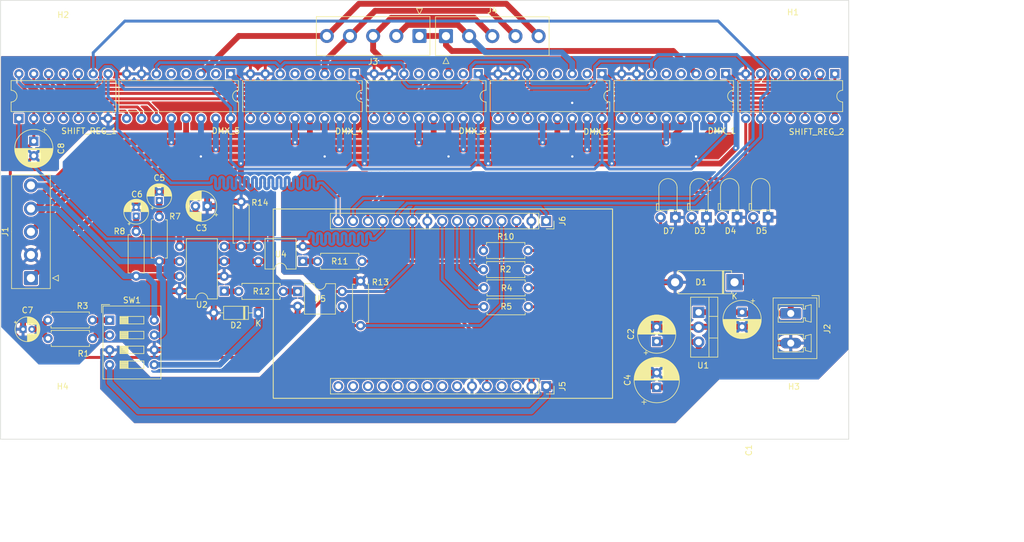
<source format=kicad_pcb>
(kicad_pcb (version 20221018) (generator pcbnew)
  (layers (0 "F.Cu" signal) (31 "B.Cu" signal) (34 "B.Paste" user) (35 "F.Paste" user) (36 "B.SilkS" user "B.Silkscreen") (37 "F.SilkS" user "F.Silkscreen") (38 "B.Mask" user) (39 "F.Mask" user) (44 "Edge.Cuts" user))
  (net 0 "")
  (net 1 "CAN_GND")
  (net 2 "+5VD")
  (net 3 "+9V")
  (net 4 "Net-(C6-Pad1)")
  (net 5 "CAN_V+")
  (net 6 "CAN_LO")
  (net 8 "In_1")
  (net 11 "En")
  (net 12 "+3V3")
  (net 13 "CAN_HI")
  (net 14 "CAN_SHLD")
  (net 16 "In_2")
  (net 20 "In_3")
  (net 23 "Net-(DMX_3-S2)")
  (net 24 "Net-(DMX_3-S1)")
  (net 26 "In_4")
  (net 29 "Net-(DMX_4-S2)")
  (net 30 "Net-(DMX_4-S1)")
  (net 31 "Net-(DMX_4-S0)")
  (net 33 "In_5")
  (net 36 "Net-(C7-Pad2)")
  (net 37 "Net-(D3-A)")
  (net 38 "Net-(D7-A)")
  (net 40 "DS1")
  (net 41 "SCLK")
  (net 42 "MR")
  (net 43 "DS2")
  (net 45 "RX")
  (net 46 "TX")
  (net 54 "GND")
  (net 55 "Net-(D5-A)")
  (net 56 "Net-(DMX_5-S2)")
  (net 57 "Net-(DMX_5-S1)")
  (net 58 "Net-(DMX_5-S0)")
  (net 59 "Net-(D4-A)")
  (net 62 "Net-(J6-Pin_6)")
  (net 63 "Net-(J6-Pin_5)")
  (net 64 "Net-(J6-Pin_7)")
  (net 65 "Net-(J6-Pin_8)")
  (net 66 "Net-(R1-Pad1)")
  (net 67 "Net-(R3-Pad1)")
  (net 68 "Net-(R11-Pad2)")
  (net 69 "Net-(R12-Pad1)")
  (net 70 "Net-(U2-TXD)")
  (net 71 "Net-(U2-RXD)")
  (net 73 "Net-(C5-Pad1)")
  (net 74 "Net-(DMX_2-S2)")
  (net 75 "Net-(DMX_2-S1)")
  (net 76 "Net-(DMX_2-S0)")
  (net 77 "Net-(DMX_3-S0)")
  (net 78 "Net-(DMX_1-S2)")
  (net 79 "Net-(DMX_1-S1)")
  (net 80 "Net-(DMX_1-S0)")
  (footprint "Connector_TE-Connectivity:TE_826576-5_1x05_P3.96mm_Vertical" (layer "F.Cu") (at 82.4625 99.62 90)
    (fp_text reference "J1")
    (fp_text value "Screw_Terminal_01x05")
  )
  (footprint "MountingHole:MountingHole_3.2mm_M3" (layer "F.Cu") (at 212.88 122.37)
    (fp_text reference "H3")
    (fp_text value "MountingHole")
  )
  (footprint "Connector_PinSocket_2.54mm:PinSocket_1x15_P2.54mm_Vertical" (layer "F.Cu") (at 170.54 89.87 -90)
    (fp_text reference "J6")
    (fp_text value "Conn_01x15_Socket")
  )
  (footprint "Resistor_THT:R_Axial_DIN0207_L6.3mm_D2.5mm_P7.62mm_Horizontal" (layer "F.Cu") (at 159.81 98.17)
    (fp_text reference "R2")
    (fp_text value "500")
  )
  (footprint "Capacitor_THT:CP_Radial_D6.3mm_P2.50mm" (layer "F.Cu") (at 189.42 110.45 90)
    (fp_text reference "C2")
    (fp_text value "0.1uF")
  )
  (footprint "Capacitor_THT:CP_Radial_D4.0mm_P1.50mm" (layer "F.Cu") (at 104.4 86.362599 90)
    (fp_text reference "C5")
    (fp_text value "560pF")
  )
  (footprint "Resistor_THT:R_Axial_DIN0207_L6.3mm_D2.5mm_P7.62mm_Horizontal" (layer "F.Cu") (at 139.06 96.75 180)
    (fp_text reference "R11")
    (fp_text value "200R")
  )
  (footprint "Connector_PinSocket_2.54mm:PinSocket_1x15_P2.54mm_Vertical" (layer "F.Cu") (at 170.55 118.09 -90)
    (fp_text reference "J5")
    (fp_text value "Conn_01x15_Socket")
  )
  (footprint "Resistor_THT:R_Axial_DIN0207_L6.3mm_D2.5mm_P7.62mm_Horizontal" (layer "F.Cu") (at 159.87 101.29)
    (fp_text reference "R4")
    (fp_text value "500")
  )
  (footprint "Package_TO_SOT_THT:TO-220-3_Vertical" (layer "F.Cu") (at 196.595 105.47 -90)
    (fp_text reference "U1")
    (fp_text value "LM7805_TO220")
  )
  (footprint "Resistor_THT:R_Axial_DIN0207_L6.3mm_D2.5mm_P7.62mm_Horizontal" (layer "F.Cu") (at 93.0075 109.93 180)
    (fp_text reference "R1")
    (fp_text value "60")
  )
  (footprint "LED_THT:LED_D3.0mm_Horizontal_O1.27mm_Z2.0mm" (layer "F.Cu") (at 208.47 89.225 180)
    (fp_text reference "D5")
    (fp_text value "LED")
  )
  (footprint "Capacitor_THT:CP_Radial_D4.0mm_P1.50mm" (layer "F.Cu") (at 100.45 89.02 90)
    (fp_text reference "C6")
    (fp_text value "560pF")
  )
  (footprint "MountingHole:MountingHole_3.2mm_M3" (layer "F.Cu") (at 212.71 58.38)
    (fp_text reference "H1")
    (fp_text value "MountingHole")
  )
  (footprint "Capacitor_THT:CP_Radial_D5.0mm_P2.00mm" (layer "F.Cu") (at 112.585112 87.32 180)
    (fp_text reference "C3")
    (fp_text value "0.1uF")
  )
  (footprint "Package_DIP:DIP-16_W7.62mm" (layer "F.Cu") (at 116.605 64.705 -90)
    (fp_text reference "DMX_5")
    (fp_text value "74HC4051")
  )
  (footprint "Resistor_THT:R_Axial_DIN0207_L6.3mm_D2.5mm_P7.62mm_Horizontal" (layer "F.Cu") (at 104.4 89.12 -90)
    (fp_text reference "R7")
    (fp_text value "100R")
  )
  (footprint "Package_DIP:DIP-14_W7.62mm" (layer "F.Cu") (at 219.88 64.705 -90)
    (fp_text reference "SHIFT_REG_2")
    (fp_text value "74HC164")
  )
  (footprint "LED_THT:LED_D3.0mm_Horizontal_O1.27mm_Z2.0mm" (layer "F.Cu") (at 203.17 89.225 180)
    (fp_text reference "D4")
    (fp_text value "LED")
  )
  (footprint "Package_DIP:DIP-4_W7.62mm" (layer "F.Cu") (at 128.94 96.74 180)
    (fp_text reference "U4")
    (fp_text value "SFH617A-1")
  )
  (footprint "Resistor_THT:R_Axial_DIN0207_L6.3mm_D2.5mm_P7.62mm_Horizontal" (layer "F.Cu") (at 100.45 91.66 -90)
    (fp_text reference "R8")
    (fp_text value "100R")
  )
  (footprint "LED_THT:LED_D3.0mm_Horizontal_O1.27mm_Z2.0mm" (layer "F.Cu") (at 192.62 89.245 180)
    (fp_text reference "D7")
    (fp_text value "LED")
  )
  (footprint "Capacitor_THT:CP_Radial_D6.3mm_P2.50mm" (layer "F.Cu") (at 82.955 76.215 -90)
    (fp_text reference "C8")
    (fp_text value "0.1uF")
  )
  (footprint "Resistor_THT:R_Axial_DIN0207_L6.3mm_D2.5mm_P7.62mm_Horizontal" (layer "F.Cu") (at 92.9825 106.79 180)
    (fp_text reference "R3")
    (fp_text value "60")
  )
  (footprint "Capacitor_THT:CP_Radial_D7.5mm_P2.50mm" (layer "F.Cu") (at 189.43 118.309015 90)
    (fp_text reference "C4")
    (fp_text value "4.7uF")
  )
  (footprint "Connector_TE-Connectivity:TE_826576-5_1x05_P3.96mm_Vertical" (layer "F.Cu") (at 148.875 58.235 180)
    (fp_text reference "J3")
    (fp_text value "Screw_Terminal_01x05")
  )
  (footprint "MountingHole:MountingHole_3.2mm_M3" (layer "F.Cu") (at 87.97 58.83)
    (fp_text reference "H2")
    (fp_text value "MountingHole")
  )
  (footprint "Connector_TE-Connectivity:TE_826576-5_1x05_P3.96mm_Vertical" (layer "F.Cu") (at 153.405 58.2575)
    (fp_text reference "J4")
    (fp_text value "Screw_Terminal_01x05")
  )
  (footprint "LED_THT:LED_D3.0mm_Horizontal_O1.27mm_Z2.0mm" (layer "F.Cu") (at 197.94 89.225 180)
    (fp_text reference "D3")
    (fp_text value "LED")
  )
  (footprint "Diode_THT:D_5W_P10.16mm_Horizontal" (layer "F.Cu") (at 202.73 100.33 180)
    (fp_text reference "D1")
    (fp_text value "SB570")
  )
  (footprint "Resistor_THT:R_Axial_DIN0207_L6.3mm_D2.5mm_P7.62mm_Horizontal" (layer "F.Cu") (at 138.8 100.12 -90)
    (fp_text reference "R13")
    (fp_text value "1k")
  )
  (footprint "Diode_THT:D_DO-35_SOD27_P7.62mm_Horizontal" (layer "F.Cu") (at 121.33 105.56 180)
    (fp_text reference "D2")
    (fp_text value "BZX55C6V1")
  )
  (footprint "Package_DIP:DIP-16_W7.62mm" (layer "F.Cu") (at 158.915 64.705 -90)
    (fp_text reference "DMX_3")
    (fp_text value "74HC4051")
  )
  (footprint "Capacitor_THT:CP_Radial_D6.3mm_P2.50mm" (layer "F.Cu") (at 204.02 105.44 -90)
    (fp_text reference "C1")
    (fp_text value "0.22uF")
  )
  (footprint "Package_DIP:DIP-14_W7.62mm" (layer "F.Cu") (at 80.41 72.325 90)
    (fp_text reference "SHIFT_REG_1")
    (fp_text value "74HC164")
  )
  (footprint "Resistor_THT:R_Axial_DIN0207_L6.3mm_D2.5mm_P7.62mm_Horizontal" (layer "F.Cu") (at 159.87 104.52)
    (fp_text reference "R5")
    (fp_text value "500")
  )
  (footprint "Package_DIP:DIP-16_W7.62mm" (layer "F.Cu") (at 137.76 64.705 -90)
    (fp_text reference "DMX_4")
    (fp_text value "74HC4051")
  )
  (footprint "Resistor_THT:R_Axial_DIN0207_L6.3mm_D2.5mm_P7.62mm_Horizontal" (layer "F.Cu") (at 125.6 101.89 180)
    (fp_text reference "R12")
    (fp_text value "250R")
  )
  (footprint "Resistor_THT:R_Axial_DIN0207_L6.3mm_D2.5mm_P7.62mm_Horizontal" (layer "F.Cu") (at 159.81 94.91)
    (fp_text reference "R10")
    (fp_text value "500")
  )
  (footprint "Package_DIP:DIP-8_W7.62mm" (layer "F.Cu") (at 115.49 101.84 180)
    (fp_text reference "U2")
    (fp_text value "MCP2562-H-P")
  )
  (footprint "Resistor_THT:R_Axial_DIN0207_L6.3mm_D2.5mm_P7.62mm_Horizontal" (layer "F.Cu") (at 118.4 94.2 90)
    (fp_text reference "R14")
    (fp_text value "1.2k")
  )
  (footprint "Package_DIP:DIP-4_W7.62mm" (layer "F.Cu") (at 128.05 101.905)
    (fp_text reference "U5")
    (fp_text value "SFH617A-1")
  )
  (footprint "Connector_Phoenix_MC_HighVoltage:PhoenixContact_MCV_1,5_2-G-5.08_1x02_P5.08mm_Vertical" (layer "F.Cu") (at 212.3375 105.6575 -90)
    (fp_text reference "J2")
    (fp_text value "Jack-DC (9-12V)")
  )
  (footprint "Button_Switch_THT:SW_DIP_SPSTx04_Slide_9.78x12.34mm_W7.62mm_P2.54mm" (layer "F.Cu") (at 95.92 106.81)
    (fp_text reference "SW1")
    (fp_text value "SW_DIP_x04")
  )
  (footprint "Capacitor_THT:CP_Radial_D4.0mm_P1.50mm" (layer "F.Cu") (at 81.1225 108.36)
    (fp_text reference "C7")
    (fp_text value "560pF")
  )
  (footprint "MountingHole:MountingHole_3.2mm_M3" (layer "F.Cu") (at 87.89 122.35)
    (fp_text reference "H4")
    (fp_text value "MountingHole")
  )
  (footprint "Package_DIP:DIP-16_W7.62mm" (layer "F.Cu") (at 180.07 64.705 -90)
    (fp_text reference "DMX_2")
    (fp_text value "74HC4051")
  )
  (footprint "Package_DIP:DIP-16_W7.62mm" (layer "F.Cu") (at 201.225 64.705 -90)
    (fp_text reference "DMX_1")
    (fp_text value "74HC4051")
  )
  (gr_rect (start 123.88 87.8) (end 181.88 120.17) (stroke (width 0.15)) (fill none) (layer "F.SilkS"))
  (gr_rect (start 77.27 52.15) (end 222.25 127.16) (stroke (width 0.1)) (fill none) (layer "Edge.Cuts"))
  (segment (start 101.187401 84.862599) (end 104.4 84.862599) (width 1) (layer "F.Cu") (net 1))
  (segment (start 112.24 101.84) (end 113.71 103.31) (width 1) (layer "F.Cu") (net 1))
  (segment (start 116.86 86.58) (end 116.12 87.32) (width 1) (layer "F.Cu") (net 1))
  (segment (start 128.05 104.445) (end 128.05 105.66) (width 1) (layer "F.Cu") (net 1))
  (segment (start 115.49 99.3) (end 114.21 99.3) (width 1) (layer "F.Cu") (net 1))
  (segment (start 132.67 78.83) (end 153.84 78.83) (width 1) (layer "F.Cu") (net 1))
  (segment (start 100.45 87.52) (end 100.45 85.6) (width 1) (layer "F.Cu") (net 1))
  (segment (start 112.585112 85.424888) (end 112.585112 87.32) (width 1) (layer "F.Cu") (net 1))
  (segment (start 196.15 78.82) (end 196.15 78.82) (width 1) (layer "F.Cu") (net 1))
  (segment (start 112.24 101.27) (end 112.24 101.84) (width 1) (layer "F.Cu") (net 1))
  (segment (start 196.14 78.83) (end 196.14 78.83) (width 1) (layer "F.Cu") (net 1))
  (segment (start 153.84 78.83) (end 175 78.83) (width 1) (layer "F.Cu") (net 1))
  (segment (start 114.58 107.87) (end 113.71 107) (width 1) (layer "F.Cu") (net 1))
  (segment (start 116.12 87.32) (end 112.585112 87.32) (width 1) (layer "F.Cu") (net 1))
  (segment (start 111.51 78.83) (end 132.67 78.83) (width 1) (layer "F.Cu") (net 1))
  (segment (start 128.05 105.66) (end 125.84 107.87) (width 1) (layer "F.Cu") (net 1))
  (segment (start 104.4 84.862599) (end 112.032599 84.862599) (width 1) (layer "F.Cu") (net 1))
  (segment (start 113.71 107) (end 113.71 105.56) (width 1) (layer "F.Cu") (net 1))
  (segment (start 112.032599 84.862599) (end 112.59 85.42) (width 1) (layer "F.Cu") (net 1))
  (segment (start 118.4 86.58) (end 116.86 86.58) (width 1) (layer "F.Cu") (net 1))
  (segment (start 81.1225 101.8925) (end 81.07 101.84) (width 1) (layer "F.Cu") (net 1))
  (segment (start 113.71 103.31) (end 113.71 105.56) (width 1) (layer "F.Cu") (net 1))
  (segment (start 196.14 78.83) (end 196.15 78.83) (width 1) (layer "F.Cu") (net 1))
  (segment (start 79.89 96.63) (end 79.89 100.66) (width 1) (layer "F.Cu") (net 1))
  (segment (start 114.21 99.3) (end 112.24 101.27) (width 1) (layer "F.Cu") (net 1))
  (segment (start 99.2925 78.83) (end 111.51 78.83) (width 1) (layer "F.Cu") (net 1))
  (segment (start 112.59 85.42) (end 112.585112 85.424888) (width 1) (layer "F.Cu") (net 1))
  (segment (start 79.89 100.66) (end 81.07 101.84) (width 1) (layer "F.Cu") (net 1))
  (segment (start 81.07 101.84) (end 107.87 101.84) (width 1) (layer "F.Cu") (net 1))
  (segment (start 103.54 111.89) (end 110.56 111.89) (width 1) (layer "F.Cu") (net 1))
  (segment (start 125.84 107.87) (end 114.58 107.87) (width 1) (layer "F.Cu") (net 1))
  (segment (start 175 78.83) (end 196.14 78.83) (width 1) (layer "F.Cu") (net 1))
  (segment (start 196.15 78.83) (end 196.15 78.82) (width 1) (layer "F.Cu") (net 1))
  (segment (start 107.87 101.84) (end 112.24 101.84) (width 1) (layer "F.Cu") (net 1))
  (segment (start 110.56 111.89) (end 114.58 107.87) (width 1) (layer "F.Cu") (net 1))
  (segment (start 100.45 85.6) (end 101.187401 84.862599) (width 1) (layer "F.Cu") (net 1))
  (segment (start 81.1225 108.36) (end 81.1225 101.8925) (width 1) (layer "F.Cu") (net 1))
  (via (at 153.84 78.83) (size 0.8) (drill 0.4) (layers "F.Cu" "B.Cu") (net 1))
  (via (at 132.67 78.83) (size 0.8) (drill 0.4) (layers "F.Cu" "B.Cu") (net 1))
  (via (at 196.15 78.83) (size 0.8) (drill 0.4) (layers "F.Cu" "B.Cu") (net 1))
  (via (at 175 78.83) (size 0.8) (drill 0.4) (layers "F.Cu" "B.Cu") (net 1))
  (via (at 111.51 78.83) (size 0.8) (drill 0.4) (layers "F.Cu" "B.Cu") (net 1))
  (segment (start 153.835 72.325) (end 153.835 78.825) (width 1) (layer "B.Cu") (net 1))
  (segment (start 111.525 72.325) (end 111.525 78.815) (width 1) (layer "B.Cu") (net 1))
  (segment (start 132.68 78.82) (end 132.67 78.83) (width 1) (layer "B.Cu") (net 1))
  (segment (start 111.525 78.815) (end 111.51 78.83) (width 1) (layer "B.Cu") (net 1))
  (segment (start 196.145 78.825) (end 196.15 78.83) (width 1) (layer "B.Cu") (net 1))
  (segment (start 153.835 78.825) (end 153.84 78.83) (width 1) (layer "B.Cu") (net 1))
  (segment (start 196.145 72.325) (end 196.145 78.825) (width 1) (layer "B.Cu") (net 1))
  (segment (start 174.99 72.325) (end 174.99 78.82) (width 1) (layer "B.Cu") (net 1))
  (segment (start 132.68 72.325) (end 132.68 78.82) (width 1) (layer "B.Cu") (net 1))
  (segment (start 174.99 78.82) (end 175 78.83) (width 1) (layer "B.Cu") (net 1))
  (segment (start 189.43 118.309015) (end 189.240985 118.12) (width 1) (layer "F.Cu") (net 2))
  (segment (start 170.58 118.12) (end 170.55 118.09) (width 1) (layer "F.Cu") (net 2))
  (segment (start 189.240985 118.12) (end 170.58 118.12) (width 1) (layer "F.Cu") (net 2))
  (segment (start 196.595 110.55) (end 189.52 110.55) (width 1) (layer "F.Cu") (net 2))
  (segment (start 189.52 110.55) (end 189.42 110.45) (width 1) (layer "F.Cu") (net 2))
  (segment (start 196.595 114.815) (end 196.595 110.55) (width 1) (layer "F.Cu") (net 2))
  (segment (start 189.43 118.309015) (end 193.100985 118.309015) (width 1) (layer "F.Cu") (net 2))
  (segment (start 193.100985 118.309015) (end 196.595 114.815) (width 1) (layer "F.Cu") (net 2))
  (segment (start 170.55 119.81) (end 170.55 118.09) (width 1) (layer "B.Cu") (net 2))
  (segment (start 95.92 114.43) (end 95.92 117.48) (width 1) (layer "B.Cu") (net 2))
  (segment (start 95.92 117.48) (end 100.83 122.39) (width 1) (layer "B.Cu") (net 2))
  (segment (start 100.83 122.39) (end 167.97 122.39) (width 1) (layer "B.Cu") (net 2))
  (segment (start 167.97 122.39) (end 170.55 119.81) (width 1) (layer "B.Cu") (net 2))
  (segment (start 212.3375 105.6575) (end 204.2375 105.6575) (width 1) (layer "F.Cu") (net 3))
  (segment (start 210.66 100.33) (end 212.3375 102.0075) (width 1) (layer "F.Cu") (net 3))
  (segment (start 204.2375 105.6575) (end 204.02 105.44) (width 1) (layer "F.Cu") (net 3))
  (segment (start 196.625 105.44) (end 196.595 105.47) (width 1) (layer "F.Cu") (net 3))
  (segment (start 202.73 100.33) (end 210.66 100.33) (width 1) (layer "F.Cu") (net 3))
  (segment (start 204.02 105.44) (end 196.625 105.44) (width 1) (layer "F.Cu") (net 3))
  (segment (start 212.3375 102.0075) (end 212.3375 105.6575) (width 1) (layer "F.Cu") (net 3))
  (segment (start 100.45 89.02) (end 100.45 91.66) (width 1) (layer "F.Cu") (net 4))
  (segment (start 110.585112 89.024888) (end 107.87 91.74) (width 1) (layer "F.Cu") (net 5))
  (segment (start 107.87 91.74) (end 107.87 94.22) (width 1) (layer "F.Cu") (net 5))
  (segment (start 115.51 96.74) (end 115.49 96.76) (width 1) (layer "F.Cu") (net 5))
  (segment (start 110.12 94.22) (end 107.87 94.22) (width 1) (layer "F.Cu") (net 5))
  (segment (start 181.75 80.03) (end 195.25 80.03) (width 1) (layer "F.Cu") (net 5))
  (segment (start 122.79 96.74) (end 123.54 95.99) (width 1) (layer "F.Cu") (net 5))
  (segment (start 139.48 80.03) (end 160.62 80.03) (width 1) (layer "F.Cu") (net 5))
  (segment (start 121.33 105.56) (end 121.33 96.75) (width 1) (layer "F.Cu") (net 5))
  (segment (start 112.66 96.76) (end 110.12 94.22) (width 1) (layer "F.Cu") (net 5))
  (segment (start 121.33 96.75) (end 121.32 96.74) (width 1) (layer "F.Cu") (net 5))
  (segment (start 118.35 80.03) (end 139.48 80.03) (width 1) (layer "F.Cu") (net 5))
  (segment (start 121.32 96.74) (end 115.51 96.74) (width 1) (layer "F.Cu") (net 5))
  (segment (start 110.585112 87.32) (end 110.585112 89.024888) (width 1) (layer "F.Cu") (net 5))
  (segment (start 123.54 95.99) (end 123.54 87.75) (width 1) (layer "F.Cu") (net 5))
  (segment (start 102.0525 80.03) (end 118.35 80.03) (width 1) (layer "F.Cu") (net 5))
  (segment (start 123.54 87.75) (end 118.35 82.56) (width 1) (layer "F.Cu") (net 5))
  (segment (start 195.25 80.03) (end 200.29 80.03) (width 1) (layer "F.Cu") (net 5))
  (segment (start 200.29 80.03) (end 202.93 77.39) (width 1) (layer "F.Cu") (net 5))
  (segment (start 118.35 82.56) (end 118.35 80.03) (width 1) (layer "F.Cu") (net 5))
  (segment (start 121.32 96.74) (end 122.79 96.74) (width 1) (layer "F.Cu") (net 5))
  (segment (start 82.4625 99.62) (end 102.0525 80.03) (width 1) (layer "F.Cu") (net 5))
  (segment (start 160.62 80.03) (end 181.75 80.03) (width 1) (layer "F.Cu") (net 5))
  (segment (start 115.49 96.76) (end 112.66 96.76) (width 1) (layer "F.Cu") (net 5))
  (via (at 139.48 80.03) (size 0.8) (drill 0.4) (layers "F.Cu" "B.Cu") (net 5))
  (via (at 202.93 77.39) (size 0.8) (drill 0.4) (layers "F.Cu" "B.Cu") (net 5))
  (via (at 118.35 80.03) (size 0.8) (drill 0.4) (layers "F.Cu" "B.Cu") (net 5))
  (via (at 181.75 80.03) (size 0.8) (drill 0.4) (layers "F.Cu" "B.Cu") (net 5))
  (via (at 160.62 80.03) (size 0.8) (drill 0.4) (layers "F.Cu" "B.Cu") (net 5))
  (segment (start 160.415 79.825) (end 160.62 80.03) (width 1) (layer "B.Cu") (net 5))
  (segment (start 203.07 77.25) (end 202.93 77.39) (width 1) (layer "B.Cu") (net 5))
  (segment (start 201.225 64.705) (end 203.07 66.55) (width 1) (layer "B.Cu") (net 5))
  (segment (start 118.35 66.45) (end 118.35 80.03) (width 1) (layer "B.Cu") (net 5))
  (segment (start 181.57 66.205) (end 181.57 79.85) (width 1) (layer "B.Cu") (net 5))
  (segment (start 114.74 114.43) (end 121.33 107.84) (width 1) (layer "B.Cu") (net 5))
  (segment (start 158.915 64.705) (end 160.415 66.205) (width 1) (layer "B.Cu") (net 5))
  (segment (start 180.07 64.705) (end 181.57 66.205) (width 1) (layer "B.Cu") (net 5))
  (segment (start 137.76 64.705) (end 139.48 66.425) (width 1) (layer "B.Cu") (net 5))
  (segment (start 139.48 66.425) (end 139.48 80.03) (width 1) (layer "B.Cu") (net 5))
  (segment (start 181.57 79.85) (end 181.75 80.03) (width 1) (layer "B.Cu") (net 5))
  (segment (start 160.415 66.205) (end 160.415 79.825) (width 1) (layer "B.Cu") (net 5))
  (segment (start 116.605 64.705) (end 118.35 66.45) (width 1) (layer "B.Cu") (net 5))
  (segment (start 203.07 66.55) (end 203.07 77.25) (width 1) (layer "B.Cu") (net 5))
  (segment (start 103.54 114.43) (end 114.74 114.43) (width 1) (layer "B.Cu") (net 5))
  (segment (start 121.33 107.84) (end 121.33 105.56) (width 1) (layer "B.Cu") (net 5))
  (segment (start 151.295 75.055) (end 151.12 75.23) (width 1) (layer "F.Cu") (net 6))
  (segment (start 151.295 72.325) (end 151.295 75.055) (width 1) (layer "F.Cu") (net 6))
  (segment (start 172.45 75.15) (end 172.37 75.23) (width 1) (layer "F.Cu") (net 6))
  (segment (start 82.4625 83.78) (end 85.62 83.78) (width 1) (layer "F.Cu") (net 6))
  (segment (start 107.87 96.76) (end 104.42 96.76) (width 1) (layer "F.Cu") (net 6))
  (segment (start 151.12 75.23) (end 172.37 75.23) (width 1) (layer "F.Cu") (net 6))
  (segment (start 192.36 75.23) (end 193.605 73.985) (width 1) (layer "F.Cu") (net 6))
  (segment (start 193.605 73.985) (end 193.605 72.325) (width 1) (layer "F.Cu") (net 6))
  (segment (start 130.08 75.23) (end 151.12 75.23) (width 1) (layer "F.Cu") (net 6))
  (segment (start 94.17 75.23) (end 108.95 75.23) (width 1) (layer "F.Cu") (net 6))
  (segment (start 104.42 96.76) (end 104.4 96.74) (width 1) (layer "F.Cu") (net 6))
  (segment (start 172.37 75.23) (end 192.36 75.23) (width 1) (layer "F.Cu") (net 6))
  (segment (start 130.14 75.17) (end 130.08 75.23) (width 1) (layer "F.Cu") (net 6))
  (segment (start 108.985 75.195) (end 108.95 75.23) (width 1) (layer "F.Cu") (net 6))
  (segment (start 85.62 83.78) (end 94.17 75.23) (width 1) (layer "F.Cu") (net 6))
  (segment (start 108.95 75.23) (end 130.08 75.23) (width 1) (layer "F.Cu") (net 6))
  (segment (start 130.14 72.325) (end 130.14 75.17) (width 1) (layer "F.Cu") (net 6))
  (segment (start 172.45 72.325) (end 172.45 75.15) (width 1) (layer "F.Cu") (net 6))
  (segment (start 108.985 72.325) (end 108.985 75.195) (width 1) (layer "F.Cu") (net 6))
  (segment (start 105.04 100.02) (end 105.04 108.9) (width 1) (layer "B.Cu") (net 6))
  (segment (start 104.4 96.74) (end 104.4 99.38) (width 1) (layer "B.Cu") (net 6))
  (segment (start 104.59 109.35) (end 103.54 109.35) (width 1) (layer "B.Cu") (net 6))
  (segment (start 84.627056 83.78) (end 82.4625 83.78) (width 1) (layer "B.Cu") (net 6))
  (segment (start 105.04 108.9) (end 104.59 109.35) (width 1) (layer "B.Cu") (net 6))
  (segment (start 97.587056 96.74) (end 84.627056 83.78) (width 1) (layer "B.Cu") (net 6))
  (segment (start 104.4 99.38) (end 105.04 100.02) (width 1) (layer "B.Cu") (net 6))
  (segment (start 104.4 96.74) (end 97.587056 96.74) (width 1) (layer "B.Cu") (net 6))
  (segment (start 154.42 60.8) (end 153.405 59.785) (width 1) (layer "F.Cu") (net 8))
  (segment (start 153.3275 58.22) (end 153.35 58.2425) (width 1) (layer "F.Cu") (net 8))
  (segment (start 196.145 64.705) (end 192.24 60.8) (width 1) (layer "F.Cu") (net 8))
  (segment (start 153.405 59.785) (end 153.405 58.2575) (width 1) (layer "F.Cu") (net 8))
  (segment (start 192.24 60.8) (end 154.42 60.8) (width 1) (layer "F.Cu") (net 8))
  (segment (start 148.875 58.235) (end 153.3825 58.235) (width 1) (layer "F.Cu") (net 8))
  (segment (start 155.937767 66.91) (end 157.63 65.217767) (width 0.5) (layer "B.Cu") (net 11))
  (segment (start 146.98 66.91) (end 155.937767 66.91) (width 0.5) (layer "B.Cu") (net 11))
  (segment (start 137.52 87.77) (end 139.29 86) (width 0.5) (layer "B.Cu") (net 11))
  (segment (start 157.63 65.217767) (end 157.63 63.49) (width 0.5) (layer "B.Cu") (net 11))
  (segment (start 189.65 61.41) (end 188.525 62.535) (width 0.5) (layer "B.Cu") (net 11))
  (segment (start 146.215 64.705) (end 146.215 66.145) (width 0.5) (layer "B.Cu") (net 11))
  (segment (start 125.85 62.79) (end 145.74 62.79) (width 0.5) (layer "B.Cu") (net 11))
  (segment (start 167.37 64.705) (end 167.37 66.65) (width 0.5) (layer "B.Cu") (net 11))
  (segment (start 205.89 64.187233) (end 203.112767 61.41) (width 0.5) (layer "B.Cu") (net 11))
  (segment (start 203.112767 61.41) (end 189.65 61.41) (width 0.5) (layer "B.Cu") (net 11))
  (segment (start 125.06 64.705) (end 125.06 63.58) (width 0.5) (layer "B.Cu") (net 11))
  (segment (start 139.29 86) (end 195.71 86) (width 0.5) (layer "B.Cu") (net 11))
  (segment (start 146.215 66.145) (end 146.98 66.91) (width 0.5) (layer "B.Cu") (net 11))
  (segment (start 157.63 63.49) (end 158.41 62.71) (width 0.5) (layer "B.Cu") (net 11))
  (segment (start 124.27 62.79) (end 125.06 63.58) (width 0.5) (layer "B.Cu") (net 11))
  (segment (start 145.74 62.79) (end 146.22 63.27) (width 0.5) (layer "B.Cu") (net 11))
  (segment (start 179.74 62.535) (end 188.525 62.535) (width 0.5) (layer "B.Cu") (net 11))
  (segment (start 104.48 62.79) (end 124.27 62.79) (width 0.5) (layer "B.Cu") (net 11))
  (segment (start 177.58 67.15) (end 178.81 65.92) (width 0.5) (layer "B.Cu") (net 11))
  (segment (start 167.37 66.65) (end 167.87 67.15) (width 0.5) (layer "B.Cu") (net 11))
  (segment (start 167.87 67.15) (end 177.58 67.15) (width 0.5) (layer "B.Cu") (net 11))
  (segment (start 195.71 86) (end 205.89 75.82) (width 0.5) (layer "B.Cu") (net 11))
  (segment (start 205.89 75.82) (end 205.89 64.187233) (width 0.5) (layer "B.Cu") (net 11))
  (segment (start 158.41 62.71) (end 166.67 62.71) (width 0.5) (layer "B.Cu") (net 11))
  (segment (start 137.52 89.87) (end 137.52 87.77) (width 0.5) (layer "B.Cu") (net 11))
  (segment (start 178.81 65.92) (end 178.81 63.465) (width 0.5) (layer "B.Cu") (net 11))
  (segment (start 146.215 63.275) (end 146.215 64.705) (width 0.5) (layer "B.Cu") (net 11))
  (segment (start 146.22 63.27) (end 146.215 63.275) (width 0.5) (layer "B.Cu") (net 11))
  (segment (start 166.67 62.71) (end 167.37 63.41) (width 0.5) (layer "B.Cu") (net 11))
  (segment (start 167.37 63.41) (end 167.37 64.705) (width 0.5) (layer "B.Cu") (net 11))
  (segment (start 125.06 63.58) (end 125.85 62.79) (width 0.5) (layer "B.Cu") (net 11))
  (segment (start 103.905 63.365) (end 104.48 62.79) (width 0.5) (layer "B.Cu") (net 11))
  (segment (start 103.905 64.705) (end 103.905 63.365) (width 0.5) (layer "B.Cu") (net 11))
  (segment (start 188.525 62.535) (end 188.525 64.705) (width 0.5) (layer "B.Cu") (net 11))
  (segment (start 178.81 63.465) (end 179.74 62.535) (width 0.5) (layer "B.Cu") (net 11))
  (segment (start 180.07 72.325) (end 180.07 71) (width 0.5) (layer "F.Cu") (net 12))
  (segment (start 217.34 64.705) (end 217.34 66.12) (width 1) (layer "F.Cu") (net 12))
  (segment (start 82.95 68.83) (end 82.95 72.325) (width 0.5) (layer "F.Cu") (net 12))
  (segment (start 217.23 66.12) (end 217.34 66.12) (width 0.5) (layer "F.Cu") (net 12))
  (segment (start 135.67 101.905) (end 151.095 101.905) (width 0.5) (layer "F.Cu") (net 12))
  (segment (start 160.39 111.2) (end 160.39 118.09) (width 0.5) (layer "F.Cu") (net 12))
  (segment (start 214.5 68.85) (end 217.23 66.12) (width 0.5) (layer "F.Cu") (net 12))
  (segment (start 78.94 80.23) (end 78.94 108.2775) (width 0.5) (layer "F.Cu") (net 12))
  (segment (start 133.675 101.905) (end 135.67 101.905) (width 0.5) (layer "F.Cu") (net 12))
  (segment (start 219.88 68.66) (end 219.88 72.325) (width 1) (layer "F.Cu") (net 12))
  (segment (start 151.095 101.905) (end 160.39 111.2) (width 0.5) (layer "F.Cu") (net 12))
  (segment (start 80.41 64.705) (end 80.41 66.29) (width 0.5) (layer "F.Cu") (net 12))
  (segment (start 122.4 113.18) (end 133.675 101.905) (width 0.5) (layer "F.Cu") (net 12))
  (segment (start 180.07 71) (end 182.22 68.85) (width 0.5) (layer "F.Cu") (net 12))
  (segment (start 82.95 76.21) (end 82.955 76.215) (width 0.5) (layer "F.Cu") (net 12))
  (segment (start 78.94 108.2775) (end 83.8425 113.18) (width 0.5) (layer "F.Cu") (net 12))
  (segment (start 80.41 66.29) (end 82.95 68.83) (width 0.5) (layer "F.Cu") (net 12))
  (segment (start 82.95 72.325) (end 82.95 76.21) (width 0.5) (layer "F.Cu") (net 12))
  (segment (start 82.955 72.33) (end 82.95 72.325) (width 1) (layer "F.Cu") (net 12))
  (segment (start 82.955 76.215) (end 78.94 80.23) (width 0.5) (layer "F.Cu") (net 12))
  (segment (start 217.34 66.12) (end 219.88 68.66) (width 1) (layer "F.Cu") (net 12))
  (segment (start 83.8425 113.18) (end 122.4 113.18) (width 0.5) (layer "F.Cu") (net 12))
  (segment (start 182.22 68.85) (end 214.5 68.85) (width 0.5) (layer "F.Cu") (net 12))
  (segment (start 81.2 66.9) (end 80.41 66.11) (width 0.5) (layer "B.Cu") (net 12))
  (segment (start 139.086497 80.98) (end 157.603502 80.98) (width 0.5) (layer "B.Cu") (net 12))
  (segment (start 95.125 63.455) (end 94.36 64.22) (width 0.5) (layer "B.Cu") (net 12))
  (segment (start 195.343502 80.98) (end 181.356498 80.98) (width 0.5) (layer "B.Cu") (net 12))
  (segment (start 181.356498 80.98) (end 180.07 79.693502) (width 0.5) (layer "B.Cu") (net 12))
  (segment (start 169.54 87.52) (end 148.26 87.52) (width 0.5) (layer "B.Cu") (net 12))
  (segment (start 201.225 72.325) (end 201.225 75.098502) (width 0.5) (layer "B.Cu") (net 12))
  (segment (start 147.68 89.87) (end 147.68 96.93) (width 0.5) (layer "B.Cu") (net 12))
  (segment (start 180.07 79.693502) (end 180.07 72.325) (width 0.5) (layer "B.Cu") (net 12))
  (segment (start 116.605 70.535) (end 113.42 67.35) (width 0.5) (layer "B.Cu") (net 12))
  (segment (start 178.783502 80.98) (end 180.07 79.693502) (width 0.5) (layer "B.Cu") (net 12))
  (segment (start 160.226498 80.98) (end 178.783502 80.98) (width 0.5) (layer "B.Cu") (net 12))
  (segment (start 97.13 64.417233) (end 96.167767 63.455) (width 0.5) (layer "B.Cu") (net 12))
  (segment (start 96.167767 63.455) (end 95.125 63.455) (width 0.5) (layer "B.Cu") (net 12))
  (segment (start 137.76 79.653503) (end 139.086497 80.98) (width 0.5) (layer "B.Cu") (net 12))
  (segment (start 170.54 89.87) (end 170.54 88.52) (width 0.5) (layer "B.Cu") (net 12))
  (segment (start 117.956497 80.98) (end 136.433503 80.98) (width 0.5) (layer "B.Cu") (net 12))
  (segment (start 98.48 67.35) (end 97.13 66) (width 0.5) (layer "B.Cu") (net 12))
  (segment (start 97.13 66) (end 97.13 64.417233) (width 0.5) (layer "B.Cu") (net 12))
  (segment (start 93.41 66.9) (end 81.2 66.9) (width 0.5) (layer "B.Cu") (net 12))
  (segment (start 158.915 79.668502) (end 160.226498 80.98) (width 0.5) (layer "B.Cu") (net 12))
  (segment (start 147.68 96.93) (end 142.705 101.905) (width 0.5) (layer "B.Cu") (net 12))
  (segment (start 147.67 88.11) (end 147.68 88.12) (width 0.5) (layer "B.Cu") (net 12))
  (segment (start 113.42 67.35) (end 98.48 67.35) (width 0.5) (layer "B.Cu") (net 12))
  (segment (start 116.605 72.325) (end 116.605 70.535) (width 0.5) (layer "B.Cu") (net 12))
  (segment (start 157.603502 80.98) (end 158.915 79.668502) (width 0.5) (layer "B.Cu") (net 12))
  (segment (start 201.225 75.098502) (end 195.343502 80.98) (width 0.5) (layer "B.Cu") (net 12))
  (segment (start 136.433503 80.98) (end 137.76 79.653503) (width 0.5) (layer "B.Cu") (net 12))
  (segment (start 142.705 101.905) (end 135.67 101.905) (width 0.5) (layer "B.Cu") (net 12))
  (segment (start 158.915 72.325) (end 158.915 79.668502) (width 0.5) (layer "B.Cu") (net 12))
  (segment (start 116.605 72.325) (end 116.605 79.628503) (width 0.5) (layer "B.Cu") (net 12))
  (segment (start 170.54 88.52) (end 169.54 87.52) (width 0.5) (layer "B.Cu") (net 12))
  (segment (start 94.36 64.22) (end 94.36 65.95) (width 0.5) (layer "B.Cu") (net 12))
  (segment (start 116.605 79.628503) (end 117.956497 80.98) (width 0.5) (layer "B.Cu") (net 12))
  (segment (start 137.76 72.325) (end 137.76 79.653503) (width 0.5) (layer "B.Cu") (net 12))
  (segment (start 148.26 87.52) (end 147.67 88.11) (width 0.5) (layer "B.Cu") (net 12))
  (segment (start 94.36 65.95) (end 93.41 66.9) (width 0.5) (layer "B.Cu") (net 12))
  (segment (start 80.41 66.11) (end 80.41 64.705) (width 0.5) (layer "B.Cu") (net 12))
  (segment (start 147.68 88.12) (end 147.68 89.87) (width 0.5) (layer "B.Cu") (net 12))
  (segment (start 127.61 76.43) (end 148.78 76.43) (width 1) (layer "F.Cu") (net 13))
  (segment (start 94.628528 76.468528) (end 94.667056 76.43) (width 1) (layer "F.Cu") (net 13))
  (segment (start 82.4625 87.74) (end 83.357056 87.74) (width 1) (layer "F.Cu") (net 13))
  (segment (start 94.667056 76.43) (end 106.47 76.43) (width 1) (layer "F.Cu") (net 13))
  (segment (start 107.87 99.3) (end 100.47 99.3) (width 1) (layer "F.Cu") (net 13))
  (segment (start 106.47 76.43) (end 127.61 76.43) (width 1) (layer "F.Cu") (net 13))
  (segment (start 169.92 76.43) (end 148.78 76.43) (width 1) (layer "F.Cu") (net 13))
  (segment (start 100.47 99.3) (end 100.45 99.28) (width 1) (layer "F.Cu") (net 13))
  (segment (start 169.92 76.43) (end 191.08 76.43) (width 1) (layer "F.Cu") (net 13))
  (segment (start 83.357056 87.74) (end 94.628528 76.468528) (width 1) (layer "F.Cu") (net 13))
  (via (at 148.78 76.43) (size 0.8) (drill 0.4) (layers "F.Cu" "B.Cu") (net 13))
  (via (at 127.61 76.43) (size 0.8) (drill 0.4) (layers "F.Cu" "B.Cu") (net 13))
  (via (at 191.08 76.43) (size 0.8) (drill 0.4) (layers "F.Cu" "B.Cu") (net 13))
  (via (at 169.92 76.43) (size 0.8) (drill 0.4) (layers "F.Cu" "B.Cu") (net 13))
  (via (at 106.47 76.43) (size 0.8) (drill 0.4) (layers "F.Cu" "B.Cu") (net 13))
  (segment (start 100.45 99.28) (end 98.43 99.28) (width 1) (layer "B.Cu") (net 13))
  (segment (start 127.6 76.42) (end 127.61 76.43) (width 1) (layer "B.Cu") (net 13))
  (segment (start 169.91 76.42) (end 169.91 72.325) (width 1) (layer "B.Cu") (net 13))
  (segment (start 100.45 99.28) (end 102.22 99.28) (width 1) (layer "B.Cu") (net 13))
  (segment (start 103.54 100.62) (end 103.54 106.81) (width 1) (layer "B.Cu") (net 13))
  (segment (start 106.445 76.405) (end 106.47 76.43) (width 1) (layer "B.Cu") (net 13))
  (segment (start 98.43 99.28) (end 86.89 87.74) (width 1) (layer "B.Cu") (net 13))
  (segment (start 148.755 76.405) (end 148.78 76.43) (width 1) (layer "B.Cu") (net 13))
  (segment (start 103.55 100.61) (end 103.54 100.62) (width 1) (layer "B.Cu") (net 13))
  (segment (start 148.755 72.325) (end 148.755 76.405) (width 1) (layer "B.Cu") (net 13))
  (segment (start 86.89 87.74) (end 82.4625 87.74) (width 1) (layer "B.Cu") (net 13))
  (segment (start 191.065 76.415) (end 191.08 76.43) (width 1) (layer "B.Cu") (net 13))
  (segment (start 102.22 99.28) (end 103.55 100.61) (width 1) (layer "B.Cu") (net 13))
  (segment (start 191.065 72.325) (end 191.065 76.415) (width 1) (layer "B.Cu") (net 13))
  (segment (start 127.6 72.325) (end 127.6 76.42) (width 1) (layer "B.Cu") (net 13))
  (segment (start 106.445 72.325) (end 106.445 76.405) (width 1) (layer "B.Cu") (net 13))
  (segment (start 169.92 76.43) (end 169.91 76.42) (width 1) (layer "B.Cu") (net 13))
  (segment (start 82.4625 91.7) (end 96.5325 77.63) (width 1) (layer "F.Cu") (net 14))
  (segment (start 156.37 77.63) (end 177.54 77.63) (width 1) (layer "F.Cu") (net 14))
  (segment (start 198.685 74.375) (end 198.685 72.325) (width 1) (layer "F.Cu") (net 14))
  (segment (start 195.46 77.63) (end 198.7 74.39) (width 1) (layer "F.Cu") (net 14))
  (segment (start 114.07 77.63) (end 135.21 77.63) (width 1) (layer "F.Cu") (net 14))
  (segment (start 177.54 77.63) (end 195.46 77.63) (width 1) (layer "F.Cu") (net 14))
  (segment (start 96.5325 77.63) (end 114.07 77.63) (width 1) (layer "F.Cu") (net 14))
  (segment (start 135.21 77.63) (end 156.37 77.63) (width 1) (layer "F.Cu") (net 14))
  (segment (start 198.7 74.39) (end 198.685 74.375) (width 1) (layer "F.Cu") (net 14))
  (via (at 177.54 77.63) (size 0.8) (drill 0.4) (layers "F.Cu" "B.Cu") (net 14))
  (via (at 135.21 77.63) (size 0.8) (drill 0.4) (layers "F.Cu" "B.Cu") (net 14))
  (via (at 114.07 77.63) (size 0.8) (drill 0.4) (layers "F.Cu" "B.Cu") (net 14))
  (via (at 156.37 77.63) (size 0.8) (drill 0.4) (layers "F.Cu" "B.Cu") (net 14))
  (segment (start 177.53 72.325) (end 177.53 77.62) (width 1) (layer "B.Cu") (net 14))
  (segment (start 156.375 77.625) (end 156.37 77.63) (width 1) (layer "B.Cu") (net 14))
  (segment (start 177.53 77.62) (end 177.54 77.63) (width 1) (layer "B.Cu") (net 14))
  (segment (start 135.22 72.325) (end 135.22 77.62) (width 1) (layer "B.Cu") (net 14))
  (segment (start 114.065 77.625) (end 114.07 77.63) (width 1) (layer "B.Cu") (net 14))
  (segment (start 156.375 72.325) (end 156.375 77.625) (width 1) (layer "B.Cu") (net 14))
  (segment (start 114.065 72.325) (end 114.065 77.625) (width 1) (layer "B.Cu") (net 14))
  (segment (start 135.22 77.62) (end 135.21 77.63) (width 1) (layer "B.Cu") (net 14))
  (segment (start 144.915 58.235) (end 146.815 56.335) (width 1) (layer "F.Cu") (net 16))
  (segment (start 155.4425 56.335) (end 157.365 58.2575) (width 1) (layer "F.Cu") (net 16))
  (segment (start 146.815 56.335) (end 155.4425 56.335) (width 1) (layer "F.Cu") (net 16))
  (segment (start 157.365 58.2575) (end 160.1825 61.075) (width 1) (layer "B.Cu") (net 16))
  (segment (start 160.1825 61.075) (end 173.245 61.075) (width 1) (layer "B.Cu") (net 16))
  (segment (start 173.245 61.075) (end 174.99 62.82) (width 1) (layer "B.Cu") (net 16))
  (segment (start 174.99 62.82) (end 174.99 64.705) (width 1) (layer "B.Cu") (net 16))
  (segment (start 144.055 55.135) (end 158.2025 55.135) (width 1) (layer "F.Cu") (net 20))
  (segment (start 140.955 60.675) (end 142.585 62.305) (width 1) (layer "F.Cu") (net 20))
  (segment (start 140.955 58.235) (end 140.955 60.675) (width 1) (layer "F.Cu") (net 20))
  (segment (start 153.23 62.29) (end 153.795 62.855) (width 1) (layer "F.Cu") (net 20))
  (segment (start 158.2025 55.135) (end 161.325 58.2575) (width 1) (layer "F.Cu") (net 20))
  (segment (start 153.835 62.855) (end 153.835 64.705) (width 1) (layer "F.Cu") (net 20))
  (segment (start 140.955 58.235) (end 144.055 55.135) (width 1) (layer "F.Cu") (net 20))
  (segment (start 142.585 62.305) (end 153.285 62.305) (width 1) (layer "F.Cu") (net 20))
  (segment (start 153.795 62.855) (end 153.835 62.855) (width 1) (layer "F.Cu") (net 20))
  (segment (start 137.075 66.655) (end 88.785 66.655) (width 0.5) (layer "F.Cu") (net 23))
  (segment (start 88.03 65.9) (end 88.03 64.705) (width 0.5) (layer "F.Cu") (net 23))
  (segment (start 141.135 72.325) (end 141.135 70.715) (width 0.5) (layer "F.Cu") (net 23))
  (segment (start 88.785 66.655) (end 88.03 65.9) (width 0.5) (layer "F.Cu") (net 23))
  (segment (start 141.135 70.715) (end 137.075 66.655) (width 0.5) (layer "F.Cu") (net 23))
  (segment (start 90.855 65.955) (end 90.57 65.67) (width 0.5) (layer "F.Cu") (net 24))
  (segment (start 139.315 65.955) (end 90.855 65.955) (width 0.5) (layer "F.Cu") (net 24))
  (segment (start 143.675 72.325) (end 143.675 70.315) (width 0.5) (layer "F.Cu") (net 24))
  (segment (start 143.675 70.315) (end 139.315 65.955) (width 0.5) (layer "F.Cu") (net 24))
  (segment (start 90.57 65.67) (end 90.57 64.705) (width 0.5) (layer "F.Cu") (net 24))
  (segment (start 160.9625 53.935) (end 165.285 58.2575) (width 1) (layer "F.Cu") (net 26))
  (segment (start 136.995 58.235) (end 132.68 62.55) (width 1) (layer "F.Cu") (net 26))
  (segment (start 136.995 58.235) (end 141.295 53.935) (width 1) (layer "F.Cu") (net 26))
  (segment (start 141.295 53.935) (end 160.9625 53.935) (width 1) (layer "F.Cu") (net 26))
  (segment (start 132.68 62.55) (end 132.68 64.705) (width 1) (layer "F.Cu") (net 26))
  (segment (start 87.645 68.975) (end 85.49 71.13) (width 0.5) (layer "F.Cu") (net 29))
  (segment (start 119.98 70.89) (end 118.065 68.975) (width 0.5) (layer "F.Cu") (net 29))
  (segment (start 85.49 71.13) (end 85.49 72.325) (width 0.5) (layer "F.Cu") (net 29))
  (segment (start 118.065 68.975) (end 87.645 68.975) (width 0.5) (layer "F.Cu") (net 29))
  (segment (start 119.98 72.325) (end 119.98 70.89) (width 0.5) (layer "F.Cu") (net 29))
  (segment (start 122.52 72.325) (end 122.52 71.02) (width 0.5) (layer "F.Cu") (net 30))
  (segment (start 82.95 65.88) (end 82.95 64.705) (width 0.5) (layer "F.Cu") (net 30))
  (segment (start 122.52 71.02) (end 119.555 68.055) (width 0.5) (layer "F.Cu") (net 30))
  (segment (start 85.125 68.055) (end 82.95 65.88) (width 0.5) (layer "F.Cu") (net 30))
  (segment (start 119.555 68.055) (end 85.125 68.055) (width 0.5) (layer "F.Cu") (net 30))
  (segment (start 85.49 65.83) (end 85.49 64.705) (width 0.5) (layer "F.Cu") (net 31))
  (segment (start 125.06 72.325) (end 125.06 70.81) (width 0.5) (layer "F.Cu") (net 31))
  (segment (start 125.06 70.81) (end 121.605 67.355) (width 0.5) (layer "F.Cu") (net 31))
  (segment (start 121.605 67.355) (end 87.015 67.355) (width 0.5) (layer "F.Cu") (net 31))
  (segment (start 87.015 67.355) (end 85.49 65.83) (width 0.5) (layer "F.Cu") (net 31))
  (segment (start 133.035 58.235) (end 138.535 52.735) (width 1) (layer "F.Cu") (net 33))
  (segment (start 163.7225 52.735) (end 169.245 58.2575) (width 1) (layer "F.Cu") (net 33))
  (segment (start 117.995 58.235) (end 111.525 64.705) (width 1) (layer "F.Cu") (net 33))
  (segment (start 133.035 58.235) (end 117.995 58.235) (width 1) (layer "F.Cu") (net 33))
  (segment (start 138.535 52.735) (end 163.7225 52.735) (width 1) (layer "F.Cu") (net 33))
  (segment (start 83.8175 108.36) (end 85.3875 109.93) (width 1) (layer "F.Cu") (net 36))
  (segment (start 83.7925 108.36) (end 85.3625 106.79) (width 1) (layer "F.Cu") (net 36))
  (segment (start 82.6225 108.36) (end 83.7925 108.36) (width 1) (layer "F.Cu") (net 36))
  (segment (start 82.6225 108.36) (end 83.8175 108.36) (width 1) (layer "F.Cu") (net 36))
  (segment (start 85.3625 109.905) (end 85.3875 109.93) (width 1) (layer "F.Cu") (net 36))
  (segment (start 167.43 98.17) (end 184.72 98.17) (width 0.5) (layer "F.Cu") (net 37))
  (segment (start 184.72 98.17) (end 190.52 92.37) (width 0.5) (layer "F.Cu") (net 37))
  (segment (start 194.5 92.37) (end 195.4 91.47) (width 0.5) (layer "F.Cu") (net 37))
  (segment (start 195.4 91.47) (end 195.4 89.225) (width 0.5) (layer "F.Cu") (net 37))
  (segment (start 190.52 92.37) (end 194.5 92.37) (width 0.5) (layer "F.Cu") (net 37))
  (segment (start 167.43 94.91) (end 186.41 94.91) (width 0.5) (layer "F.Cu") (net 38))
  (segment (start 190.08 91.24) (end 190.08 89.245) (width 0.5) (layer "F.Cu") (net 38))
  (segment (start 186.41 94.91) (end 190.08 91.24) (width 0.5) (layer "F.Cu") (net 38))
  (segment (start 137.03 92.308452) (end 137.03 92.91) (width 0.5) (layer "B.Cu") (net 40))
  (segment (start 141.22 92.91) (end 140.88 92.91) (width 0.5) (layer "B.Cu") (net 40))
  (segment (start 95.34 92.91) (end 80.41 77.98) (width 0.5) (layer "B.Cu") (net 40))
  (segment (start 142.6 89.87) (end 142.6 91.53) (width 0.5) (layer "B.Cu") (net 40))
  (segment (start 128.93 92.91) (end 95.34 92.91) (width 0.5) (layer "B.Cu") (net 40))
  (segment (start 136.33 92.91) (end 136.33 92.308452) (width 0.5) (layer "B.Cu") (net 40))
  (segment (start 139.13 92.91) (end 139.13 92.308456) (width 0.5) (layer "B.Cu") (net 40))
  (segment (start 134.93 93.51155) (end 134.93 92.91) (width 0.5) (layer "B.Cu") (net 40))
  (segment (start 130.73 93.511551) (end 130.73 92.91) (width 0.5) (layer "B.Cu") (net 40))
  (segment (start 135.63 92.91) (end 135.63 93.51155) (width 0.5) (layer "B.Cu") (net 40))
  (segment (start 131.43 92.308448) (end 131.43 92.91) (width 0.5) (layer "B.Cu") (net 40))
  (segment (start 139.83 92.308456) (end 139.83 92.56) (width 0.5) (layer "B.Cu") (net 40))
  (segment (start 133.53 93.511551) (end 133.53 92.91) (width 0.5) (layer "B.Cu") (net 40))
  (segment (start 132.13 93.511551) (end 132.13 92.91) (width 0.5) (layer "B.Cu") (net 40))
  (segment (start 130.73 92.91) (end 130.73 92.308448) (width 0.5) (layer "B.Cu") (net 40))
  (segment (start 138.43 92.308456) (end 138.43 92.91) (width 0.5) (layer "B.Cu") (net 40))
  (segment (start 137.03 92.91) (end 137.03 93.511548) (width 0.5) (layer "B.Cu") (net 40))
  (segment (start 142.6 91.53) (end 141.22 92.91) (width 0.5) (layer "B.Cu") (net 40))
  (segment (start 137.73 92.91) (end 137.73 92.308452) (width 0.5) (layer "B.Cu") (net 40))
  (segment (start 80.41 77.98) (end 80.41 72.325) (width 0.5) (layer "B.Cu") (net 40))
  (segment (start 132.83 92.91) (end 132.83 93.511551) (width 0.5) (layer "B.Cu") (net 40))
  (segment (start 131.43 92.91) (end 131.43 93.511551) (width 0.5) (layer "B.Cu") (net 40))
  (segment (start 137.73 93.511548) (end 137.73 92.91) (width 0.5) (layer "B.Cu") (net 40))
  (segment (start 129.68 92.91) (end 128.93 92.91) (width 0.5) (layer "B.Cu") (net 40))
  (segment (start 135.63 92.308452) (end 135.63 92.91) (width 0.5) (layer "B.Cu") (net 40))
  (segment (start 132.83 92.308448) (end 132.83 92.91) (width 0.5) (layer "B.Cu") (net 40))
  (segment (start 134.23 92.91) (end 134.23 93.511551) (width 0.5) (layer "B.Cu") (net 40))
  (segment (start 140.53 92.56) (end 140.53 92.308456) (width 0.5) (layer "B.Cu") (net 40))
  (segment (start 134.93 92.91) (end 134.93 92.308449) (width 0.5) (layer "B.Cu") (net 40))
  (segment (start 138.43 92.91) (end 138.43 93.511548) (width 0.5) (layer "B.Cu") (net 40))
  (segment (start 136.33 93.511548) (end 136.33 92.91) (width 0.5) (layer "B.Cu") (net 40))
  (segment (start 130.03 92.308448) (end 130.03 92.56) (width 0.5) (layer "B.Cu") (net 40))
  (segment (start 134.23 92.308449) (end 134.23 92.91) (width 0.5) (layer "B.Cu") (net 40))
  (segment (start 132.13 92.91) (end 132.13 92.308448) (width 0.5) (layer "B.Cu") (net 40))
  (segment (start 139.13 93.511544) (end 139.13 92.91) (width 0.5) (layer "B.Cu") (net 40))
  (segment (start 133.53 92.91) (end 133.53 92.308448) (width 0.5) (layer "B.Cu") (net 40))
  (segment (start 139.83 92.56) (end 139.83 93.511544) (width 0.5) (layer "B.Cu") (net 40))
  (arc (start 131.08 93.861551) (mid 130.832513 93.759038) (end 130.73 93.511551) (width 0.5) (layer "B.Cu") (net 40))
  (arc (start 136.33 92.308452) (mid 136.227487 92.060965) (end 135.98 91.958452) (width 0.5) (layer "B.Cu") (net 40))
  (arc (start 133.88 93.861551) (mid 133.632513 93.759038) (end 133.53 93.511551) (width 0.5) (layer "B.Cu") (net 40))
  (arc (start 131.78 91.958448) (mid 131.532513 92.060961) (end 131.43 92.308448) (width 0.5) (layer "B.Cu") (net 40))
  (arc (start 130.38 91.958448) (mid 130.132513 92.060961) (end 130.03 92.308448) (width 0.5) (layer "B.Cu") (net 40))
  (arc (start 134.93 92.308449) (mid 134.827487 92.060962) (end 134.58 91.958449) (width 0.5) (layer "B.Cu") (net 40))
  (arc (start 138.08 93.861548) (mid 137.832513 93.759035) (end 137.73 93.511548) (width 0.5) (layer "B.Cu") (net 40))
  (arc (start 130.03 92.56) (mid 129.927487 92.807487) (end 129.68 92.91) (width 0.5) (layer "B.Cu") (net 40))
  (arc (start 130.73 92.308448) (mid 130.627487 92.060961) (end 130.38 91.958448) (width 0.5) (layer "B.Cu") (net 40))
  (arc (start 132.83 93.511551) (mid 132.727487 93.759038) (end 132.48 93.861551) (width 0.5) (layer "B.Cu") (net 40))
  (arc (start 136.68 93.861548) (mid 136.432513 93.759035) (end 136.33 93.511548) (width 0.5) (layer "B.Cu") (net 40))
  (arc (start 135.63 93.51155) (mid 135.527487 93.759037) (end 135.28 93.86155) (width 0.5) (layer "B.Cu") (net 40))
  (arc (start 135.98 91.958452) (mid 135.732513 92.060965) (end 135.63 92.308452) (width 0.5) (layer "B.Cu") (net 40))
  (arc (start 134.58 91.958449) (mid 134.332513 92.060962) (end 134.23 92.308449) (width 0.5) (layer "B.Cu") (net 40))
  (arc (start 137.03 93.511548) (mid 136.927487 93.759035) (end 136.68 93.861548) (width 0.5) (layer "B.Cu") (net 40))
  (arc (start 132.48 93.861551) (mid 132.232513 93.759038) (end 132.13 93.511551) (width 0.5) (layer "B.Cu") (net 40))
  (arc (start 137.73 92.308452) (mid 137.627487 92.060965) (end 137.38 91.958452) (width 0.5) (layer "B.Cu") (net 40))
  (arc (start 134.23 93.511551) (mid 134.127487 93.759038) (end 133.88 93.861551) (width 0.5) (layer "B.Cu") (net 40))
  (arc (start 140.88 92.91) (mid 140.632513 92.807487) (end 140.53 92.56) (width 0.5) (layer "B.Cu") (net 40))
  (arc (start 137.38 91.958452) (mid 137.132513 92.060965) (end 137.03 92.308452) (width 0.5) (layer "B.Cu") (net 40))
  (arc (start 139.48 93.861544) (mid 139.232513 93.759031) (end 139.13 93.511544) (width 0.5) (layer "B.Cu") (net 40))
  (arc (start 133.18 91.958448) (mid 132.932513 92.060961) (end 132.83 92.308448) (width 0.5) (layer "B.Cu") (net 40))
  (arc (start 138.78 91.958456) (mid 138.532513 92.060969) (end 138.43 92.308456) (width 0.5) (layer "B.Cu") (net 40))
  (arc (start 132.13 92.308448) (mid 132.027487 92.060961) (end 131.78 91.958448) (width 0.5) (layer "B.Cu") (net 40))
  (arc (start 138.43 93.511548) (mid 138.327487 93.759035) (end 138.08 93.861548) (width 0.5) (layer "B.Cu") (net 40))
  (arc (start 139.13 92.308456) (mid 139.027487 92.060969) (end 138.78 91.958456) (width 0.5) (layer "B.Cu") (net 40))
  (arc (start 140.18 91.958456) (mid 139.932513 92.060969) (end 139.83 92.308456) (width 0.5) (layer "B.Cu") (net 40))
  (arc (start 135.28 93.86155) (mid 135.032513 93.759037) (end 134.93 93.51155) (width 0.5) (layer "B.Cu") (net 40))
  (arc (start 133.53 92.308448) (mid 133.427487 92.060961) (end 133.18 91.958448) (width 0.5) (layer "B.Cu") (net 40))
  (arc (start 140.53 92.308456) (mid 140.427487 92.060969) (end 140.18 91.958456) (width 0.5) (layer "B.Cu") (net 40))
  (arc (start 139.83 93.511544) (mid 139.727487 93.759031) (end 139.48 93.861544) (width 0.5) (layer "B.Cu") (net 40))
  (arc (start 131.43 93.511551) (mid 131.327487 93.759038) (end 131.08 93.861551) (width 0.5) (layer "B.Cu") (net 40))
  (segment (start 138.01 82.64) (end 139.98 82.64) (width 0.5) (layer "F.Cu") (net 41))
  (segment (start 141.73 83.216253) (end 141.73 82.64) (width 0.5) (layer "F.Cu") (net 41))
  (segment (start 200.88 82.64) (end 204.64 78.88) (width 0.5) (layer "F.Cu") (net 41))
  (segment (start 145.93 82.64) (end 145.93 82.063747) (width 0.5) (layer "F.Cu") (net 41))
  (segment (start 146.63 82.063747) (end 146.63 82.64) (width 0.5) (layer "F.Cu") (net 41))
  (segment (start 145.23 82.64) (end 145.23 83.216253) (width 0.5) (layer "F.Cu") (net 41))
  (segment (start 148.38 82.64) (end 148.861914 82.64) (width 0.5) (layer "F.Cu") (net 41))
  (segment (start 145.93 83.216253) (end 145.93 82.64) (width 0.5) (layer "F.Cu") (net 41))
  (segment (start 148.861914 82.64) (end 200.88 82.64) (width 0.5) (layer "F.Cu") (net 41))
  (segment (start 147.33 83.216253) (end 147.33 82.64) (width 0.5) (layer "F.Cu") (net 41))
  (segment (start 142.43 82.64) (end 142.43 83.216253) (width 0.5) (layer "F.Cu") (net 41))
  (segment (start 142.43 82.063747) (end 142.43 82.64) (width 0.5) (layer "F.Cu") (net 41))
  (segment (start 143.83 82.64) (end 143.83 83.216253) (width 0.5) (layer "F.Cu") (net 41))
  (segment (start 141.73 82.64) (end 141.73 82.063747) (width 0.5) (layer "F.Cu") (net 41))
  (segment (start 144.53 83.216253) (end 144.53 82.64) (width 0.5) (layer "F.Cu") (net 41))
  (segment (start 140.33 82.29) (end 140.33 82.063747) (width 0.5) (layer "F.Cu") (net 41))
  (segment (start 141.03 82.29) (end 141.03 83.216253) (width 0.5) (layer "F.Cu") (net 41))
  (segment (start 148.03 82.063731) (end 148.03 82.29) (width 0.5) (layer "F.Cu") (net 41))
  (segment (start 141.03 82.063747) (end 141.03 82.29) (width 0.5) (layer "F.Cu") (net 41))
  (segment (start 143.13 82.64) (end 143.13 82.063747) (width 0.5) (layer "F.Cu") (net 41))
  (segment (start 146.63 82.64) (end 146.63 83.216253) (width 0.5) (layer "F.Cu") (net 41))
  (segment (start 144.53 82.64) (end 144.53 82.063731) (width 0.5) (layer "F.Cu") (net 41))
  (segment (start 134.98 85.67) (end 138.01 82.64) (width 0.5) (layer "F.Cu") (net 41))
  (segment (start 143.83 82.063747) (end 143.83 82.64) (width 0.5) (layer "F.Cu") (net 41))
  (segment (start 147.33 82.64) (end 147.33 82.063731) (width 0.5) (layer "F.Cu") (net 41))
  (segment (start 145.23 82.063731) (end 145.23 82.64) (width 0.5) (layer "F.Cu") (net 41))
  (segment (start 143.13 83.216253) (end 143.13 82.64) (width 0.5) (layer "F.Cu") (net 41))
  (segment (start 204.64 78.88) (end 204.64 72.325) (width 0.5) (layer "F.Cu") (net 41))
  (segment (start 134.98 89.87) (end 134.98 85.67) (width 0.5) (layer "F.Cu") (net 41))
  (arc (start 145.23 83.216253) (mid 145.332513 83.46374) (end 145.58 83.566253) (width 0.5) (layer "F.Cu") (net 41))
  (arc (start 144.88 81.713731) (mid 145.127487 81.816244) (end 145.23 82.063731) (width 0.5) (layer "F.Cu") (net 41))
  (arc (start 143.48 81.713747) (mid 143.727487 81.81626) (end 143.83 82.063747) (width 0.5) (layer "F.Cu") (net 41))
  (arc (start 139.98 82.64) (mid 140.227487 82.537487) (end 140.33 82.29) (width 0.5) (layer "F.Cu") (net 41))
  (arc (start 146.98 83.566253) (mid 147.227487 83.46374) (end 147.33 83.216253) (width 0.5) (layer "F.Cu") (net 41))
  (arc (start 142.08 81.713747) (mid 142.327487 81.81626) (end 142.43 82.063747) (width 0.5) (layer "F.Cu") (net 41))
  (arc (start 146.28 81.713747) (mid 146.527487 81.81626) (end 146.63 82.063747) (width 0.5) (layer "F.Cu") (net 41))
  (arc (start 147.33 82.063731) (mid 147.432513 81.816244) (end 147.68 81.713731) (width 0.5) (layer "F.Cu") (net 41))
  (arc (start 144.18 83.566253) (mid 144.427487 83.46374) (end 144.53 83.216253) (width 0.5) (layer "F.Cu") (net 41))
  (arc (start 145.58 83.566253) (mid 145.827487 83.46374) (end 145.93 83.216253) (width 0.5) (layer "F.Cu") (net 41))
  (arc (start 145.93 82.063747) (mid 146.032513 81.81626) (end 146.28 81.713747) (width 0.5) (layer "F.Cu") (net 41))
  (arc (start 140.68 81.713747) (mid 140.927487 81.81626) (end 141.03 82.063747) (width 0.5) (layer "F.Cu") (net 41))
  (arc (start 146.63 83.216253) (mid 146.732513 83.46374) (end 146.98 83.566253) (width 0.5) (layer "F.Cu") (net 41))
  (arc (start 147.68 81.713731) (mid 147.927487 81.816244) (end 148.03 82.063731) (width 0.5) (layer "F.Cu") (net 41))
  (arc (start 144.53 82.063731) (mid 144.632513 81.816244) (end 144.88 81.713731) (width 0.5) (layer "F.Cu") (net 41))
  (arc (start 143.83 83.216253) (mid 143.932513 83.46374) (end 144.18 83.566253) (width 0.5) (layer "F.Cu") (net 41))
  (arc (start 141.73 82.063747) (mid 141.832513 81.81626) (end 142.08 81.713747) (width 0.5) (layer "F.Cu") (net 41))
  (arc (start 142.43 83.216253) (mid 142.532513 83.46374) (end 142.78 83.566253) (width 0.5) (layer "F.Cu") (net 41))
  (arc (start 141.03 83.216253) (mid 141.132513 83.46374) (end 141.38 83.566253) (width 0.5) (layer "F.Cu") (net 41))
  (arc (start 148.03 82.29) (mid 148.132513 82.537487) (end 148.38 82.64) (width 0.5) (layer "F.Cu") (net 41))
  (arc (start 141.38 83.566253) (mid 141.627487 83.46374) (end 141.73 83.216253) (width 0.5) (layer "F.Cu") (net 41))
  (arc (start 140.33 82.063747) (mid 140.432513 81.81626) (end 140.68 81.713747) (width 0.5) (layer "F.Cu") (net 41))
  (arc (start 143.13 82.063747) (mid 143.232513 81.81626) (end 143.48 81.713747) (width 0.5) (layer "F.Cu") (net 41))
  (arc (start 142.78 83.566253) (mid 143.027487 83.46374) (end 143.13 83.216253) (width 0.5) (layer "F.Cu") (net 41))
  (segment (start 121.02 84.000187) (end 121.02 83.36) (width 0.5) (layer "B.Cu") (net 41))
  (segment (start 118.22 83.36) (end 118.22 82.719813) (width 0.5) (layer "B.Cu") (net 41))
  (segment (start 115.42 83.36) (end 115.42 82.719813) (width 0.5) (layer "B.Cu") (net 41))
  (segment (start 97.19 74.14) (end 97.19 70.17) (width 0.5) (layer "B.Cu") (net 41))
  (segment (start 123.82 83.36) (end 123.82 82.719797) (width 0.5) (layer "B.Cu") (net 41))
  (segment (start 129.42 83.36) (end 129.42 82.719813) (width 0.5) (layer "B.Cu") (net 41))
  (segment (start 119.62 83.36) (end 119.62 82.719813) (width 0.5) (layer "B.Cu") (net 41))
  (segment (start 97.19 70.17) (end 95.65 68.63) (width 0.5) (layer "B.Cu") (net 41))
  (segment (start 125.22 83.36) (end 125.22 82.719813) (width 0.5) (layer "B.Cu") (net 41))
  (segment (start 134.98 89.87) (end 134.98 86.04) (width 0.5) (layer "B.Cu") (net 41))
  (segment (start 121.72 82.719813) (end 121.72 83.36) (width 0.5) (layer "B.Cu") (net 41))
  (segment (start 119.62 84.000203) (end 119.62 83.36) (width 0.5) (layer "B.Cu") (net 41))
  (segment (start 123.82 84.000187) (end 123.82 83.36) (width 0.5) (layer "B.Cu") (net 41))
  (segment (start 118.92 82.719813) (end 118.92 83.36) (width 0.5) (layer "B.Cu") (net 41))
  (segment (start 115.42 84.000187) (end 115.42 83.36) (width 0.5) (layer "B.Cu") (net 41))
  (segment (start 132.3 83.36) (end 131.87 83.36) (width 0.5) (layer "B.Cu") (net 41))
  (segment (start 113.32 82.719813) (end 113.32 83.01) (width 0.5) (layer "B.Cu") (net 41))
  (segment (start 128.72 82.719813) (end 128.72 83.36) (width 0.5) (layer "B.Cu") (net 41))
  (segment (start 124.52 82.719813) (end 124.52 83.36) (width 0.5) (layer "B.Cu") (net 41))
  (segment (start 95.65 68.63) (end 95.65 64.705) (width 0.5) (layer "B.Cu") (net 41))
  (segment (start 114.02 83.36) (end 114.02 82.719813) (width 0.5) (layer "B.Cu") (net 41))
  (segment (start 118.92 83.36) (end 118.92 84.000187) (width 0.5) (layer "B.Cu") (net 41))
  (segment (start 130.82 83.71) (end 130.82 82.719813) (width 0.5) (layer "B.Cu") (net 41))
  (segment (start 114.72 82.719813) (end 114.72 83.36) (width 0.5) (layer "B.Cu") (net 41))
  (segment (start 116.82 84.000187) (end 116.82 83.36) (width 0.5) (layer "B.Cu") (net 41))
  (segment (start 116.12 82.719797) (end 116.12 83.36) (width 0.5) (layer "B.Cu") (net 41))
  (segment (start 128.02 84.000187) (end 128.02 83.36) (width 0.5) (layer "B.Cu") (net 41))
  (segment (start 123.12 82.719797) (end 123.12 83.36) (width 0.5) (layer "B.Cu") (net 41))
  (segment (start 126.62 84.000187) (end 126.62 83.36) (width 0.5) (layer "B.Cu") (net 41))
  (segment (start 125.22 84.000187) (end 125.22 83.36) (width 0.5) (layer "B.Cu") (net 41))
  (segment (start 126.62 83.36) (end 126.62 82.719813) (width 0.5) (layer "B.Cu") (net 41))
  (segment (start 134.98 86.04) (end 132.3 83.36) (width 0.5) (layer "B.Cu") (net 41))
  (segment (start 114.72 83.36) (end 114.72 84.000187) (width 0.5) (layer "B.Cu") (net 41))
  (segment (start 123.12 83.36) (end 123.12 84.000187) (width 0.5) (layer "B.Cu") (net 41))
  (segment (start 117.52 82.719813) (end 117.52 83.36) (width 0.5) (layer "B.Cu") (net 41))
  (segment (start 127.32 82.719813) (end 127.32 83.36) (width 0.5) (layer "B.Cu") (net 41))
  (segment (start 120.32 82.719813) (end 120.32 83.36) (width 0.5) (layer "B.Cu") (net 41))
  (segment (start 121.02 83.36) (end 121.02 82.719813) (width 0.5) (layer "B.Cu") (net 41))
  (segment (start 118.22 84.000187) (end 118.22 83.36) (width 0.5) (layer "B.Cu") (net 41))
  (segment (start 129.42 84.000187) (end 129.42 83.36) (width 0.5) (layer "B.Cu") (net 41))
  (segment (start 127.32 83.36) (end 127.32 84.000187) (width 0.5) (layer "B.Cu") (net 41))
  (segment (start 124.52 83.36) (end 124.52 84.000187) (width 0.5) (layer "B.Cu") (net 41))
  (segment (start 125.92 82.719813) (end 125.92 83.36) (width 0.5) (layer "B.Cu") (net 41))
  (segment (start 128.02 83.36) (end 128.02 82.719813) (width 0.5) (layer "B.Cu") (net 41))
  (segment (start 106.41 83.36) (end 97.19 74.14) (width 0.5) (layer "B.Cu") (net 41))
  (segment (start 122.42 84.000187) (end 122.42 83.36) (width 0.5) (layer "B.Cu") (net 41))
  (segment (start 128.72 83.36) (end 128.72 84.000187) (width 0.5) (layer "B.Cu") (net 41))
  (segment (start 112.97 83.36) (end 112.593976 83.36) (width 0.5) (layer "B.Cu") (net 41))
  (segment (start 112.593976 83.36) (end 106.41 83.36) (width 0.5) (layer "B.Cu") (net 41))
  (segment (start 117.52 83.36) (end 117.52 84.000187) (width 0.5) (layer "B.Cu") (net 41))
  (segment (start 120.32 83.36) (end 120.32 84.000203) (width 0.5) (layer "B.Cu") (net 41))
  (segment (start 116.12 83.36) (end 116.12 84.000187) (width 0.5) (layer "B.Cu") (net 41))
  (segment (start 131.52 83.71) (end 131.52 84.000187) (width 0.5) (layer "B.Cu") (net 41))
  (segment (start 130.12 82.719813) (end 130.12 83.36) (width 0.5) (layer "B.Cu") (net 41))
  (segment (start 116.82 83.36) (end 116.82 82.719797) (width 0.5) (layer "B.Cu") (net 41))
  (segment (start 114.02 84.000187) (end 114.02 83.36) (width 0.5) (layer "B.Cu") (net 41))
  (segment (start 130.12 83.36) (end 130.12 84.000187) (width 0.5) (layer "B.Cu") (net 41))
  (segment (start 121.72 83.36) (end 121.72 84.000187) (width 0.5) (layer "B.Cu") (net 41))
  (segment (start 122.42 83.36) (end 122.42 82.719813) (width 0.5) (layer "B.Cu") (net 41))
  (segment (start 130.82 84.000187) (end 130.82 83.71) (width 0.5) (layer "B.Cu") (net 41))
  (segment (start 125.92 83.36) (end 125.92 84.000187) (width 0.5) (layer "B.Cu") (net 41))
  (arc (start 118.22 82.719813) (mid 118.117487 82.472326) (end 117.87 82.369813) (width 0.5) (layer "B.Cu") (net 41))
  (arc (start 121.02 82.719813) (mid 120.917487 82.472326) (end 120.67 82.369813) (width 0.5) (layer "B.Cu") (net 41))
  (arc (start 120.67 82.369813) (mid 120.422513 82.472326) (end 120.32 82.719813) (width 0.5) (layer "B.Cu") (net 41))
  (arc (start 116.12 84.000187) (mid 116.017487 84.247674) (end 115.77 84.350187) (width 0.5) (layer "B.Cu") (net 41))
  (arc (start 127.67 82.369813) (mid 127.422513 82.472326) (end 127.32 82.719813) (width 0.5) (layer "B.Cu") (net 41))
  (arc (start 120.32 84.000203) (mid 120.217487 84.24769) (end 119.97 84.350203) (width 0.5) (layer "B.Cu") (net 41))
  (arc (start 130.47 82.369813) (mid 130.222513 82.472326) (end 130.12 82.719813) (width 0.5) (layer "B.Cu") (net 41))
  (arc (start 128.02 82.719813) (mid 127.917487 82.472326) (end 127.67 82.369813) (width 0.5) (layer "B.Cu") (net 41))
  (arc (start 122.42 82.719813) (mid 122.317487 82.472326) (end 122.07 82.369813) (width 0.5) (layer "B.Cu") (net 41))
  (arc (start 125.92 84.000187) (mid 125.817487 84.247674) (end 125.57 84.350187) (width 0.5) (layer "B.Cu") (net 41))
  (arc (start 118.92 84.000187) (mid 118.817487 84.247674) (end 118.57 84.350187) (width 0.5) (layer "B.Cu") (net 41))
  (arc (start 126.62 82.719813) (mid 126.517487 82.472326) (end 126.27 82.369813) (width 0.5) (layer "B.Cu") (net 41))
  (arc (start 129.42 82.719813) (mid 129.317487 82.472326) (end 129.07 82.369813) (width 0.5) (layer "B.Cu") (net 41))
  (arc (start 123.47 82.369797) (mid 123.222513 82.47231) (end 123.12 82.719797) (width 0.5) (layer "B.Cu") (net 41))
  (arc (start 114.02 82.719813) (mid 113.917487 82.472326) (end 113.67 82.369813) (width 0.5) (layer "B.Cu") (net 41))
  (arc (start 127.32 84.000187) (mid 127.217487 84.247674) (end 126.97 84.350187) (width 0.5) (layer "B.Cu") (net 41))
  (arc (start 117.87 82.369813) (mid 117.622513 82.472326) (end 117.52 82.719813) (width 0.5) (layer "B.Cu") (net 41))
  (arc (start 121.37 84.350187) (mid 121.122513 84.247674) (end 121.02 84.000187) (width 0.5) (layer "B.Cu") (net 41))
  (arc (start 113.67 82.369813) (mid 113.422513 82.472326) (end 113.32 82.719813) (width 0.5) (layer "B.Cu") (net 41))
  (arc (start 128.72 84.000187) (mid 128.617487 84.247674) (end 128.37 84.350187) (width 0.5) (layer "B.Cu") (net 41))
  (arc (start 124.17 84.350187) (mid 123.922513 84.247674) (end 123.82 84.000187) (width 0.5) (layer "B.Cu") (net 41))
  (arc (start 119.97 84.350203) (mid 119.722513 84.24769) (end 119.62 84.000203) (width 0.5) (layer "B.Cu") (net 41))
  (arc (start 130.82 82.719813) (mid 130.717487 82.472326) (end 130.47 82.369813) (width 0.5) (layer "B.Cu") (net 41))
  (arc (start 115.07 82.369813) (mid 114.822513 82.472326) (end 114.72 82.719813) (width 0.5) (layer "B.Cu") (net 41))
  (arc (start 128.37 84.350187) (mid 128.122513 84.247674) (end 128.02 84.000187) (width 0.5) (layer "B.Cu") (net 41))
  (arc (start 129.07 82.369813) (mid 128.822513 82.472326) (end 128.72 82.719813) (width 0.5) (layer "B.Cu") (net 41))
  (arc (start 122.77 84.350187) (mid 122.522513 84.247674) (end 122.42 84.000187) (width 0.5) (layer "B.Cu") (net 41))
  (arc (start 123.12 84.000187) (mid 123.017487 84.247674) (end 122.77 84.350187) (width 0.5) (layer "B.Cu") (net 41))
  (arc (start 116.47 82.369797) (mid 116.222513 82.47231) (end 116.12 82.719797) (width 0.5) (layer "B.Cu") (net 41))
  (arc (start 123.82 82.719797) (mid 123.717487 82.47231) (end 123.47 82.369797) (width 0.5) (layer "B.Cu") (net 41))
  (arc (start 118.57 84.350187) (mid 118.322513 84.247674) (end 118.22 84.000187) (width 0.5) (layer "B.Cu") (net 41))
  (arc (start 117.17 84.350187) (mid 116.922513 84.247674) (end 116.82 84.000187) (width 0.5) (layer "B.Cu") (net 41))
  (arc (start 122.07 82.369813) (mid 121.822513 82.472326) (end 121.72 82.719813) (width 0.5) (layer "B.Cu") (net 41))
  (arc (start 125.22 82.719813) (mid 125.117487 82.472326) (end 124.87 82.369813) (width 0.5) (layer "B.Cu") (net 41))
  (arc (start 124.52 84.000187) (mid 124.417487 84.247674) (end 124.17 84.350187) (width 0.5) (layer "B.Cu") (net 41))
  (arc (start 130.12 84.000187) (mid 130.017487 84.247674) (end 129.77 84.350187) (width 0.5) (layer "B.Cu") (net 41))
  (arc (start 117.52 84.000187) (mid 117.417487 84.247674) (end 117.17 84.350187) (width 0.5) (layer "B.Cu") (net 41))
  (arc (start 119.62 82.719813) (mid 119.517487 82.472326) (end 119.27 82.369813) (width 0.5) (layer "B.Cu") (net 41))
  (arc (start 131.87 83.36) (mid 131.622513 83.462513) (end 131.52 83.71) (width 0.5) (layer "B.Cu") (net 41))
  (arc (start 126.27 82.369813) (mid 126.022513 82.472326) (end 125.92 82.719813) (width 0.5) (layer "B.Cu") (net 41))
  (arc (start 129.77 84.350187) (mid 129.522513 84.247674) (end 129.42 84.000187) (width 0.5) (layer "B.Cu") (net 41))
  (arc (start 114.37 84.350187) (mid 114.122513 84.247674) (end 114.02 84.000187) (width 0.5) (layer "B.Cu") (net 41))
  (arc (start 126.97 84.350187) (mid 126.722513 84.247674) (end 126.62 84.000187) (width 0.5) (layer "B.Cu") (net 41))
  (arc (start 113.32 83.01) (mid 113.217487 83.257487) (end 112.97 83.36) (width 0.5) (layer "B.Cu") (net 41))
  (arc (start 131.52 84.000187) (mid 131.417487 84.247674) (end 131.17 84.350187) (width 0.5) (layer "B.Cu") (net 41))
  (arc (start 116.82 82.719797) (mid 116.717487 82.47231) (end 116.47 82.369797) (width 0.5) (layer "B.Cu") (net 41))
  (arc (start 124.87 82.369813) (mid 124.622513 82.472326) (end 124.52 82.719813) (width 0.5) (layer "B.Cu") (net 41))
  (arc (start 125.57 84.350187) (mid 125.322513 84.247674) (end 125.22 84.000187) (width 0.5) (layer "B.Cu") (net 41))
  (arc (start 115.42 82.719813) (mid 115.317487 82.472326) (end 115.07 82.369813) (width 0.5) (layer "B.Cu") (net 41))
  (arc (start 119.27 82.369813) (mid 119.022513 82.472326) (end 118.92 82.719813) (width 0.5) (layer "B.Cu") (net 41))
  (arc (start 115.77 84.350187) (mid 115.522513 84.247674) (end 115.42 84.000187) (width 0.5) (layer "B.Cu") (net 41))
  (arc (start 114.72 84.000187) (mid 114.617487 84.247674) (end 114.37 84.350187) (width 0.5) (layer "B.Cu") (net 41))
  (arc (start 131.17 84.350187) (mid 130.922513 84.247674) (end 130.82 84.000187) (width 0.5) (layer "B.Cu") (net 41))
  (arc (start 121.72 84.000187) (mid 121.617487 84.247674) (end 121.37 84.350187) (width 0.5) (layer "B.Cu") (net 41))
  (segment (start 98.51 55.69) (end 199.932767 55.69) (width 0.5) (layer "B.Cu") (net 42))
  (segment (start 199.932767 55.69) (end 208.43 64.187233) (width 0.5) (layer "B.Cu") (net 42))
  (segment (start 195.87995 86.82) (end 207.18 75.51995) (width 0.5) (layer "B.Cu") (net 42))
  (segment (start 145.14 88.45) (end 146.77 86.82) (width 0.5) (layer "B.Cu") (net 42))
  (segment (start 208.43 67.66) (end 207.18 68.91) (width 0.5) (layer "B.Cu") (net 42))
  (segment (start 146.77 86.82) (end 195.87995 86.82) (width 0.5) (layer "B.Cu") (net 42))
  (segment (start 93.11 61.09) (end 98.51 55.69) (width 0.5) (layer "B.Cu") (net 42))
  (segment (start 207.18 68.91) (end 207.18 72.325) (width 0.5) (layer "B.Cu") (net 42))
  (segment (start 145.14 89.87) (end 145.14 88.45) (width 0.5) (layer "B.Cu") (net 42))
  (segment (start 208.43 64.187233) (end 208.43 67.66) (width 0.5) (layer "B.Cu") (net 42))
  (segment (start 93.11 64.705) (end 93.11 61.09) (width 0.5) (layer "B.Cu") (net 42))
  (segment (start 207.18 75.51995) (end 207.18 72.325) (width 0.5) (layer "B.Cu") (net 42))
  (segment (start 221.43 75.43) (end 221.43 68.04) (width 0.5) (layer "F.Cu") (net 43))
  (segment (start 142.82 84.96) (end 211.9 84.96) (width 0.5) (layer "F.Cu") (net 43))
  (segment (start 219.88 66.49) (end 219.88 64.705) (width 0.5) (layer "F.Cu") (net 43))
  (segment (start 211.9 84.96) (end 221.43 75.43) (width 0.5) (layer "F.Cu") (net 43))
  (segment (start 221.43 68.04) (end 219.88 66.49) (width 0.5) (layer "F.Cu") (net 43))
  (segment (start 140.06 89.87) (end 140.06 87.72) (width 0.5) (layer "F.Cu") (net 43))
  (segment (start 140.06 87.72) (end 142.82 84.96) (width 0.5) (layer "F.Cu") (net 43))
  (segment (start 135.67 106.86) (end 136.55 107.74) (width 0.5) (layer "F.Cu") (net 45))
  (segment (start 135.67 104.445) (end 135.67 106.86) (width 0.5) (layer "F.Cu") (net 45))
  (segment (start 136.55 107.74) (end 138.8 107.74) (width 0.5) (layer "F.Cu") (net 45))
  (segment (start 162.92 89.87) (end 162.92 104.12) (width 0.5) (layer "B.Cu") (net 45))
  (segment (start 162.92 104.12) (end 159.3 107.74) (width 0.5) (layer "B.Cu") (net 45))
  (segment (start 159.3 107.74) (end 138.8 107.74) (width 0.5) (layer "B.Cu") (net 45))
  (segment (start 139.06 96.75) (end 139.08 96.73) (width 0.5) (layer "F.Cu") (net 46))
  (segment (start 165.46 94.49) (end 165.46 89.87) (width 0.5) (layer "F.Cu") (net 46))
  (segment (start 163.22 96.73) (end 165.46 94.49) (width 0.5) (layer "F.Cu") (net 46))
  (segment (start 139.08 96.73) (end 163.22 96.73) (width 0.5) (layer "F.Cu") (net 46))
  (segment (start 186.74 114.36) (end 186.74 109.33) (width 1) (layer "F.Cu") (net 54))
  (segment (start 189.42 101.49) (end 189.42 107.95) (width 1) (layer "F.Cu") (net 54))
  (segment (start 196.665 107.94) (end 196.595 108.01) (width 1) (layer "F.Cu") (net 54))
  (segment (start 189.43 115.809015) (end 188.189015 115.809015) (width 1) (layer "F.Cu") (net 54))
  (segment (start 204.02 107.94) (end 196.665 107.94) (width 1) (layer "F.Cu") (net 54))
  (segment (start 131.5 94.2) (end 137.42 100.12) (width 1) (layer "F.Cu") (net 54))
  (segment (start 190.58 100.33) (end 189.42 101.49) (width 1) (layer "F.Cu") (net 54))
  (segment (start 169.088904 115.809015) (end 189.43 115.809015) (width 1) (layer "F.Cu") (net 54))
  (segment (start 137.42 100.12) (end 138.8 100.12) (width 1) (layer "F.Cu") (net 54))
  (segment (start 212.3375 110.7375) (end 209.5975 110.7375) (width 1) (layer "F.Cu") (net 54))
  (segment (start 189.48 108.01) (end 189.42 107.95) (width 1) (layer "F.Cu") (net 54))
  (segment (start 188.12 107.95) (end 189.42 107.95) (width 1) (layer "F.Cu") (net 54))
  (segment (start 168.01 116.887919) (end 169.088904 115.809015) (width 1) (layer "F.Cu") (net 54))
  (segment (start 186.74 109.33) (end 188.12 107.95) (width 1) (layer "F.Cu") (net 54))
  (segment (start 128.94 94.2) (end 131.5 94.2) (width 1) (layer "F.Cu") (net 54))
  (segment (start 206.85 107.94) (end 204.02 107.94) (width 1) (layer "F.Cu") (net 54))
  (segment (start 168.01 118.09) (end 168.01 116.887919) (width 1) (layer "F.Cu") (net 54))
  (segment (start 196.595 108.01) (end 189.48 108.01) (width 1) (layer "F.Cu") (net 54))
  (segment (start 209.5975 110.7375) (end 206.85 107.99) (width 1) (layer "F.Cu") (net 54))
  (segment (start 192.57 100.33) (end 190.58 100.33) (width 1) (layer "F.Cu") (net 54))
  (segment (start 206.85 107.99) (end 206.85 107.94) (width 1) (layer "F.Cu") (net 54))
  (segment (start 188.189015 115.809015) (end 186.74 114.36) (width 1) (layer "F.Cu") (net 54))
  (via (at 174.98 69.67) (size 0.8) (drill 0.4) (layers "F.Cu" "B.Cu") (net 54))
  (segment (start 167.49 104.52) (end 182.19 104.52) (width 0.5) (layer "F.Cu") (net 55))
  (segment (start 182.19 104.52) (end 191.89 94.82) (width 0.5) (layer "F.Cu") (net 55))
  (segment (start 191.89 94.82) (end 202.45 94.82) (width 0.5) (layer "F.Cu") (net 55))
  (segment (start 205.93 91.34) (end 205.93 89.225) (width 0.5) (layer "F.Cu") (net 55))
  (segment (start 202.45 94.82) (end 205.93 91.34) (width 0.5) (layer "F.Cu") (net 55))
  (segment (start 98.825 72.325) (end 98.825 71.385) (width 0.5) (layer "F.Cu") (net 56))
  (segment (start 98.515 71.075) (end 96.815 71.075) (width 0.5) (layer "F.Cu") (net 56))
  (segment (start 93.11 71.53) (end 93.565 71.075) (width 0.5) (layer "F.Cu") (net 56))
  (segment (start 98.825 71.385) (end 98.515 71.075) (width 0.5) (layer "F.Cu") (net 56))
  (segment (start 93.565 71.075) (end 96.815 71.075) (width 0.5) (layer "F.Cu") (net 56))
  (segment (start 93.11 72.325) (end 93.11 71.53) (width 0.5) (layer "F.Cu") (net 56))
  (segment (start 91.465 70.375) (end 90.57 71.27) (width 0.5) (layer "F.Cu") (net 57))
  (segment (start 101.365 72.325) (end 101.365 71.105) (width 0.5) (layer "F.Cu") (net 57))
  (segment (start 100.635 70.375) (end 91.465 70.375) (width 0.5) (layer "F.Cu") (net 57))
  (segment (start 90.57 71.27) (end 90.57 72.325) (width 0.5) (layer "F.Cu") (net 57))
  (segment (start 101.365 71.105) (end 100.635 70.375) (width 0.5) (layer "F.Cu") (net 57))
  (segment (start 103.905 72.325) (end 103.905 71.065) (width 0.5) (layer "F.Cu") (net 58))
  (segment (start 89.655 69.675) (end 88.03 71.3) (width 0.5) (layer "F.Cu") (net 58))
  (segment (start 88.03 71.3) (end 88.03 72.325) (width 0.5) (layer "F.Cu") (net 58))
  (segment (start 102.515 69.675) (end 89.655 69.675) (width 0.5) (layer "F.Cu") (net 58))
  (segment (start 103.905 71.065) (end 102.515 69.675) (width 0.5) (layer "F.Cu") (net 58))
  (segment (start 183.51 101.29) (end 191.19 93.61) (width 0.5) (layer "F.Cu") (net 59))
  (segment (start 191.19 93.61) (end 198.25 93.61) (width 0.5) (layer "F.Cu") (net 59))
  (segment (start 167.49 101.29) (end 183.51 101.29) (width 0.5) (layer "F.Cu") (net 59))
  (segment (start 200.63 91.23) (end 200.63 89.225) (width 0.5) (layer "F.Cu") (net 59))
  (segment (start 198.25 93.61) (end 200.63 91.23) (width 0.5) (layer "F.Cu") (net 59))
  (segment (start 158.9 98.17) (end 157.84 97.11) (width 0.5) (layer "B.Cu") (net 62))
  (segment (start 157.84 97.11) (end 157.84 89.87) (width 0.5) (layer "B.Cu") (net 62))
  (segment (start 159.81 98.17) (end 158.9 98.17) (width 0.5) (layer "B.Cu") (net 62))
  (segment (start 160.38 92.43) (end 160.38 89.87) (width 0.5) (layer "F.Cu") (net 63))
  (segment (start 159.81 94.91) (end 159.81 93) (width 0.5) (layer "F.Cu") (net 63))
  (segment (start 159.81 93) (end 160.38 92.43) (width 0.5) (layer "F.Cu") (net 63))
  (segment (start 159.87 101.29) (end 158.54 101.29) (width 0.5) (layer "B.Cu") (net 64))
  (segment (start 155.3 98.05) (end 155.3 89.87) (width 0.5) (layer "B.Cu") (net 64))
  (segment (start 158.54 101.29) (end 155.3 98.05) (width 0.5) (layer "B.Cu") (net 64))
  (segment (start 152.76 99.83) (end 152.76 89.87) (width 0.5) (layer "B.Cu") (net 65))
  (segment (start 157.45 104.52) (end 152.76 99.83) (width 0.5) (layer "B.Cu") (net 65))
  (segment (start 159.87 104.52) (end 157.45 104.52) (width 0.5) (layer "B.Cu") (net 65))
  (segment (start 93.5875 109.35) (end 93.0075 109.93) (width 1) (layer "F.Cu") (net 66))
  (segment (start 95.92 109.35) (end 93.5875 109.35) (width 1) (layer "F.Cu") (net 66))
  (segment (start 95.92 106.81) (end 93.0025 106.81) (width 1) (layer "F.Cu") (net 67))
  (segment (start 93.0025 106.81) (end 92.9825 106.79) (width 1) (layer "F.Cu") (net 67))
  (segment (start 131.44 96.75) (end 128.95 96.75) (width 1) (layer "F.Cu") (net 68))
  (segment (start 128.95 96.75) (end 128.94 96.74) (width 1) (layer "F.Cu") (net 68))
  (segment (start 128.05 101.905) (end 125.615 101.905) (width 1) (layer "F.Cu") (net 69))
  (segment (start 125.615 101.905) (end 125.6 101.89) (width 1) (layer "F.Cu") (net 69))
  (segment (start 115.54 101.89) (end 115.49 101.84) (width 1) (layer "F.Cu") (net 70))
  (segment (start 117.98 101.89) (end 115.54 101.89) (width 1) (layer "F.Cu") (net 70))
  (segment (start 121.32 94.2) (end 115.51 94.2) (width 1) (layer "F.Cu") (net 71))
  (segment (start 115.51 94.2) (end 115.49 94.22) (width 1) (layer "F.Cu") (net 71))
  (segment (start 104.4 86.362599) (end 104.4 89.12) (width 1) (layer "F.Cu") (net 73))
  (segment (start 162.29 70.53) (end 166.165 66.655) (width 0.5) (layer "F.Cu") (net 74))
  (segment (start 209.115 66.655) (end 209.72 66.05) (width 0.5) (layer "F.Cu") (net 74))
  (segment (start 166.165 66.655) (end 209.115 66.655) (width 0.5) (layer "F.Cu") (net 74))
  (segment (start 162.29 72.325) (end 162.29 70.53) (width 0.5) (layer "F.Cu") (net 74))
  (segment (start 209.72 66.05) (end 209.72 64.705) (width 0.5) (layer "F.Cu") (net 74))
  (segment (start 164.83 70.67) (end 168.145 67.355) (width 0.5) (layer "F.Cu") (net 75))
  (segment (start 212.26 66.09) (end 212.26 64.705) (width 0.5) (layer "F.Cu") (net 75))
  (segment (start 210.995 67.355) (end 212.26 66.09) (width 0.5) (layer "F.Cu") (net 75))
  (segment (start 168.145 67.355) (end 210.995 67.355) (width 0.5) (layer "F.Cu") (net 75))
  (segment (start 164.83 72.325) (end 164.83 70.67) (width 0.5) (layer "F.Cu") (net 75))
  (segment (start 212.895 68.055) (end 214.8 66.15) (width 0.5) (layer "F.Cu") (net 76))
  (segment (start 167.37 70.67) (end 169.985 68.055) (width 0.5) (layer "F.Cu") (net 76))
  (segment (start 167.37 72.325) (end 167.37 70.67) (width 0.5) (layer "F.Cu") (net 76))
  (segment (start 169.985 68.055) (end 212.895 68.055) (width 0.5) (layer "F.Cu") (net 76))
  (segment (start 214.8 66.15) (end 214.8 64.705) (width 0.5) (layer "F.Cu") (net 76))
  (segment (start 146.215 70.305) (end 150.565 65.955) (width 0.5) (layer "F.Cu") (net 77))
  (segment (start 150.565 65.955) (end 206.845 65.955) (width 0.5) (layer "F.Cu") (net 77))
  (segment (start 146.215 72.325) (end 146.215 70.305) (width 0.5) (layer "F.Cu") (net 77))
  (segment (start 206.845 65.955) (end 207.18 65.62) (width 0.5) (layer "F.Cu") (net 77))
  (segment (start 207.18 65.62) (end 207.18 64.705) (width 0.5) (layer "F.Cu") (net 77))
  (segment (start 183.445 70.805) (end 184.575 69.675) (width 0.5) (layer "F.Cu") (net 78))
  (segment (start 184.575 69.675) (end 213.765 69.675) (width 0.5) (layer "F.Cu") (net 78))
  (segment (start 214.8 70.71) (end 214.8 72.325) (width 0.5) (layer "F.Cu") (net 78))
  (segment (start 183.445 72.325) (end 183.445 70.805) (width 0.5) (layer "F.Cu") (net 78))
  (segment (start 213.765 69.675) (end 214.8 70.71) (width 0.5) (layer "F.Cu") (net 78))
  (segment (start 185.985 72.325) (end 185.985 71.095) (width 0.5) (layer "F.Cu") (net 79))
  (segment (start 185.985 71.095) (end 186.705 70.375) (width 0.5) (layer "F.Cu") (net 79))
  (segment (start 186.705 70.375) (end 211.535 70.375) (width 0.5) (layer "F.Cu") (net 79))
  (segment (start 212.26 71.1) (end 212.26 72.325) (width 0.5) (layer "F.Cu") (net 79))
  (segment (start 211.535 70.375) (end 212.26 71.1) (width 0.5) (layer "F.Cu") (net 79))
  (segment (start 209.72 71.53) (end 209.72 72.325) (width 0.5) (layer "F.Cu") (net 80))
  (segment (start 188.915 71.075) (end 209.265 71.075) (width 0.5) (layer "F.Cu") (net 80))
  (segment (start 209.265 71.075) (end 209.72 71.53) (width 0.5) (layer "F.Cu") (net 80))
  (segment (start 188.525 71.465) (end 188.915 71.075) (width 0.5) (layer "F.Cu") (net 80))
  (segment (start 188.525 72.325) (end 188.525 71.465) (width 0.5) (layer "F.Cu") (net 80))
  (zone (net 1) (net_name "CAN_GND") (layers "F&B.Cu") (priority 1) (connect_pads (clearance 0)) (min_thickness 0.25) (fill yes (thermal_gap 0.5) (thermal_bridge_width 0.5))
    (polygon (pts (xy 77.38 82.03) (xy 77.38 108) (xy 83.77 114.39) (xy 90.75 114.39) (xy 94.5 110.64) (xy 98.11 110.64) (xy 103.27 115.8) (xy 121.42 115.8) (xy 131.15 106.07) (xy 131.15 102.51) (xy 128.49 99.85) (xy 125.23 99.85) (xy 124.36 98.98) (xy 124.36 84.17) (xy 128 80.53) (xy 200.59 80.53) (xy 203.45 77.67) (xy 203.45 75.98) (xy 202.21 74.74) (xy 92.85 74.74) (xy 87.89 79.7) (xy 87.89 81.39) (xy 87.25 82.03)))
  )
  (zone (net 54) (net_name "GND") (layers "F&B.Cu") (connect_pads (clearance 0)) (min_thickness 0.25) (fill yes (thermal_gap 0.5) (thermal_bridge_width 0.5))
    (polygon (pts (xy 77.36 81.33) (xy 77.36 61.68) (xy 222.21 61.68) (xy 222.21 111.84) (xy 217.1 116.95) (xy 200.11 116.95) (xy 192.65 124.41) (xy 100.12 124.41) (xy 94.3 118.59) (xy 94.3 111.79) (xy 94.91 111.18) (xy 97.58 111.18) (xy 102.9 116.5) (xy 121.56 116.5) (xy 131.95 106.11) (xy 131.95 102.01) (xy 128.98 99.04) (xy 125.65 99.04) (xy 125.23 98.62) (xy 125.23 84.93) (xy 128.81 81.35) (xy 200.33 81.35) (xy 204.31 77.37) (xy 204.31 76.11) (xy 202.598493 74.35) (xy 92.25 74.35) (xy 87.26 79.34) (xy 87.26 80.99) (xy 86.92 81.33)))
  )
)
</source>
